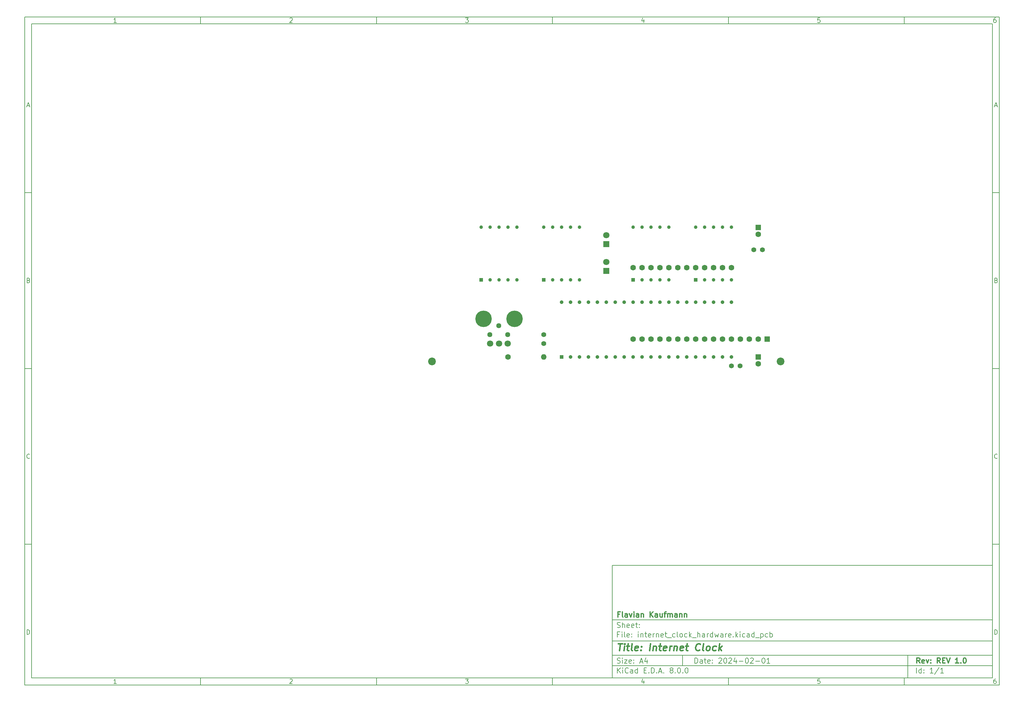
<source format=gbr>
%TF.GenerationSoftware,KiCad,Pcbnew,8.0.0*%
%TF.CreationDate,2024-02-29T15:31:37+01:00*%
%TF.ProjectId,internet_clock_hardware,696e7465-726e-4657-945f-636c6f636b5f,REV 1.0*%
%TF.SameCoordinates,Original*%
%TF.FileFunction,Soldermask,Bot*%
%TF.FilePolarity,Negative*%
%FSLAX46Y46*%
G04 Gerber Fmt 4.6, Leading zero omitted, Abs format (unit mm)*
G04 Created by KiCad (PCBNEW 8.0.0) date 2024-02-29 15:31:37*
%MOMM*%
%LPD*%
G01*
G04 APERTURE LIST*
%ADD10C,0.100000*%
%ADD11C,0.150000*%
%ADD12C,0.300000*%
%ADD13C,0.400000*%
%ADD14C,1.400000*%
%ADD15C,1.600000*%
%ADD16O,1.600000X1.600000*%
%ADD17C,1.800000*%
%ADD18C,4.680000*%
%ADD19C,2.200000*%
%ADD20R,1.800000X1.800000*%
%ADD21R,1.000000X1.000000*%
%ADD22C,1.000000*%
%ADD23C,1.440000*%
%ADD24R,1.057000X1.057000*%
%ADD25C,1.057000*%
%ADD26R,1.600000X1.600000*%
G04 APERTURE END LIST*
D10*
D11*
X177002200Y-166007200D02*
X285002200Y-166007200D01*
X285002200Y-198007200D01*
X177002200Y-198007200D01*
X177002200Y-166007200D01*
D10*
D11*
X10000000Y-10000000D02*
X287002200Y-10000000D01*
X287002200Y-200007200D01*
X10000000Y-200007200D01*
X10000000Y-10000000D01*
D10*
D11*
X12000000Y-12000000D02*
X285002200Y-12000000D01*
X285002200Y-198007200D01*
X12000000Y-198007200D01*
X12000000Y-12000000D01*
D10*
D11*
X60000000Y-12000000D02*
X60000000Y-10000000D01*
D10*
D11*
X110000000Y-12000000D02*
X110000000Y-10000000D01*
D10*
D11*
X160000000Y-12000000D02*
X160000000Y-10000000D01*
D10*
D11*
X210000000Y-12000000D02*
X210000000Y-10000000D01*
D10*
D11*
X260000000Y-12000000D02*
X260000000Y-10000000D01*
D10*
D11*
X36089160Y-11593604D02*
X35346303Y-11593604D01*
X35717731Y-11593604D02*
X35717731Y-10293604D01*
X35717731Y-10293604D02*
X35593922Y-10479319D01*
X35593922Y-10479319D02*
X35470112Y-10603128D01*
X35470112Y-10603128D02*
X35346303Y-10665033D01*
D10*
D11*
X85346303Y-10417414D02*
X85408207Y-10355509D01*
X85408207Y-10355509D02*
X85532017Y-10293604D01*
X85532017Y-10293604D02*
X85841541Y-10293604D01*
X85841541Y-10293604D02*
X85965350Y-10355509D01*
X85965350Y-10355509D02*
X86027255Y-10417414D01*
X86027255Y-10417414D02*
X86089160Y-10541223D01*
X86089160Y-10541223D02*
X86089160Y-10665033D01*
X86089160Y-10665033D02*
X86027255Y-10850747D01*
X86027255Y-10850747D02*
X85284398Y-11593604D01*
X85284398Y-11593604D02*
X86089160Y-11593604D01*
D10*
D11*
X135284398Y-10293604D02*
X136089160Y-10293604D01*
X136089160Y-10293604D02*
X135655826Y-10788842D01*
X135655826Y-10788842D02*
X135841541Y-10788842D01*
X135841541Y-10788842D02*
X135965350Y-10850747D01*
X135965350Y-10850747D02*
X136027255Y-10912652D01*
X136027255Y-10912652D02*
X136089160Y-11036461D01*
X136089160Y-11036461D02*
X136089160Y-11345985D01*
X136089160Y-11345985D02*
X136027255Y-11469795D01*
X136027255Y-11469795D02*
X135965350Y-11531700D01*
X135965350Y-11531700D02*
X135841541Y-11593604D01*
X135841541Y-11593604D02*
X135470112Y-11593604D01*
X135470112Y-11593604D02*
X135346303Y-11531700D01*
X135346303Y-11531700D02*
X135284398Y-11469795D01*
D10*
D11*
X185965350Y-10726938D02*
X185965350Y-11593604D01*
X185655826Y-10231700D02*
X185346303Y-11160271D01*
X185346303Y-11160271D02*
X186151064Y-11160271D01*
D10*
D11*
X236027255Y-10293604D02*
X235408207Y-10293604D01*
X235408207Y-10293604D02*
X235346303Y-10912652D01*
X235346303Y-10912652D02*
X235408207Y-10850747D01*
X235408207Y-10850747D02*
X235532017Y-10788842D01*
X235532017Y-10788842D02*
X235841541Y-10788842D01*
X235841541Y-10788842D02*
X235965350Y-10850747D01*
X235965350Y-10850747D02*
X236027255Y-10912652D01*
X236027255Y-10912652D02*
X236089160Y-11036461D01*
X236089160Y-11036461D02*
X236089160Y-11345985D01*
X236089160Y-11345985D02*
X236027255Y-11469795D01*
X236027255Y-11469795D02*
X235965350Y-11531700D01*
X235965350Y-11531700D02*
X235841541Y-11593604D01*
X235841541Y-11593604D02*
X235532017Y-11593604D01*
X235532017Y-11593604D02*
X235408207Y-11531700D01*
X235408207Y-11531700D02*
X235346303Y-11469795D01*
D10*
D11*
X285965350Y-10293604D02*
X285717731Y-10293604D01*
X285717731Y-10293604D02*
X285593922Y-10355509D01*
X285593922Y-10355509D02*
X285532017Y-10417414D01*
X285532017Y-10417414D02*
X285408207Y-10603128D01*
X285408207Y-10603128D02*
X285346303Y-10850747D01*
X285346303Y-10850747D02*
X285346303Y-11345985D01*
X285346303Y-11345985D02*
X285408207Y-11469795D01*
X285408207Y-11469795D02*
X285470112Y-11531700D01*
X285470112Y-11531700D02*
X285593922Y-11593604D01*
X285593922Y-11593604D02*
X285841541Y-11593604D01*
X285841541Y-11593604D02*
X285965350Y-11531700D01*
X285965350Y-11531700D02*
X286027255Y-11469795D01*
X286027255Y-11469795D02*
X286089160Y-11345985D01*
X286089160Y-11345985D02*
X286089160Y-11036461D01*
X286089160Y-11036461D02*
X286027255Y-10912652D01*
X286027255Y-10912652D02*
X285965350Y-10850747D01*
X285965350Y-10850747D02*
X285841541Y-10788842D01*
X285841541Y-10788842D02*
X285593922Y-10788842D01*
X285593922Y-10788842D02*
X285470112Y-10850747D01*
X285470112Y-10850747D02*
X285408207Y-10912652D01*
X285408207Y-10912652D02*
X285346303Y-11036461D01*
D10*
D11*
X60000000Y-198007200D02*
X60000000Y-200007200D01*
D10*
D11*
X110000000Y-198007200D02*
X110000000Y-200007200D01*
D10*
D11*
X160000000Y-198007200D02*
X160000000Y-200007200D01*
D10*
D11*
X210000000Y-198007200D02*
X210000000Y-200007200D01*
D10*
D11*
X260000000Y-198007200D02*
X260000000Y-200007200D01*
D10*
D11*
X36089160Y-199600804D02*
X35346303Y-199600804D01*
X35717731Y-199600804D02*
X35717731Y-198300804D01*
X35717731Y-198300804D02*
X35593922Y-198486519D01*
X35593922Y-198486519D02*
X35470112Y-198610328D01*
X35470112Y-198610328D02*
X35346303Y-198672233D01*
D10*
D11*
X85346303Y-198424614D02*
X85408207Y-198362709D01*
X85408207Y-198362709D02*
X85532017Y-198300804D01*
X85532017Y-198300804D02*
X85841541Y-198300804D01*
X85841541Y-198300804D02*
X85965350Y-198362709D01*
X85965350Y-198362709D02*
X86027255Y-198424614D01*
X86027255Y-198424614D02*
X86089160Y-198548423D01*
X86089160Y-198548423D02*
X86089160Y-198672233D01*
X86089160Y-198672233D02*
X86027255Y-198857947D01*
X86027255Y-198857947D02*
X85284398Y-199600804D01*
X85284398Y-199600804D02*
X86089160Y-199600804D01*
D10*
D11*
X135284398Y-198300804D02*
X136089160Y-198300804D01*
X136089160Y-198300804D02*
X135655826Y-198796042D01*
X135655826Y-198796042D02*
X135841541Y-198796042D01*
X135841541Y-198796042D02*
X135965350Y-198857947D01*
X135965350Y-198857947D02*
X136027255Y-198919852D01*
X136027255Y-198919852D02*
X136089160Y-199043661D01*
X136089160Y-199043661D02*
X136089160Y-199353185D01*
X136089160Y-199353185D02*
X136027255Y-199476995D01*
X136027255Y-199476995D02*
X135965350Y-199538900D01*
X135965350Y-199538900D02*
X135841541Y-199600804D01*
X135841541Y-199600804D02*
X135470112Y-199600804D01*
X135470112Y-199600804D02*
X135346303Y-199538900D01*
X135346303Y-199538900D02*
X135284398Y-199476995D01*
D10*
D11*
X185965350Y-198734138D02*
X185965350Y-199600804D01*
X185655826Y-198238900D02*
X185346303Y-199167471D01*
X185346303Y-199167471D02*
X186151064Y-199167471D01*
D10*
D11*
X236027255Y-198300804D02*
X235408207Y-198300804D01*
X235408207Y-198300804D02*
X235346303Y-198919852D01*
X235346303Y-198919852D02*
X235408207Y-198857947D01*
X235408207Y-198857947D02*
X235532017Y-198796042D01*
X235532017Y-198796042D02*
X235841541Y-198796042D01*
X235841541Y-198796042D02*
X235965350Y-198857947D01*
X235965350Y-198857947D02*
X236027255Y-198919852D01*
X236027255Y-198919852D02*
X236089160Y-199043661D01*
X236089160Y-199043661D02*
X236089160Y-199353185D01*
X236089160Y-199353185D02*
X236027255Y-199476995D01*
X236027255Y-199476995D02*
X235965350Y-199538900D01*
X235965350Y-199538900D02*
X235841541Y-199600804D01*
X235841541Y-199600804D02*
X235532017Y-199600804D01*
X235532017Y-199600804D02*
X235408207Y-199538900D01*
X235408207Y-199538900D02*
X235346303Y-199476995D01*
D10*
D11*
X285965350Y-198300804D02*
X285717731Y-198300804D01*
X285717731Y-198300804D02*
X285593922Y-198362709D01*
X285593922Y-198362709D02*
X285532017Y-198424614D01*
X285532017Y-198424614D02*
X285408207Y-198610328D01*
X285408207Y-198610328D02*
X285346303Y-198857947D01*
X285346303Y-198857947D02*
X285346303Y-199353185D01*
X285346303Y-199353185D02*
X285408207Y-199476995D01*
X285408207Y-199476995D02*
X285470112Y-199538900D01*
X285470112Y-199538900D02*
X285593922Y-199600804D01*
X285593922Y-199600804D02*
X285841541Y-199600804D01*
X285841541Y-199600804D02*
X285965350Y-199538900D01*
X285965350Y-199538900D02*
X286027255Y-199476995D01*
X286027255Y-199476995D02*
X286089160Y-199353185D01*
X286089160Y-199353185D02*
X286089160Y-199043661D01*
X286089160Y-199043661D02*
X286027255Y-198919852D01*
X286027255Y-198919852D02*
X285965350Y-198857947D01*
X285965350Y-198857947D02*
X285841541Y-198796042D01*
X285841541Y-198796042D02*
X285593922Y-198796042D01*
X285593922Y-198796042D02*
X285470112Y-198857947D01*
X285470112Y-198857947D02*
X285408207Y-198919852D01*
X285408207Y-198919852D02*
X285346303Y-199043661D01*
D10*
D11*
X10000000Y-60000000D02*
X12000000Y-60000000D01*
D10*
D11*
X10000000Y-110000000D02*
X12000000Y-110000000D01*
D10*
D11*
X10000000Y-160000000D02*
X12000000Y-160000000D01*
D10*
D11*
X10690476Y-35222176D02*
X11309523Y-35222176D01*
X10566666Y-35593604D02*
X10999999Y-34293604D01*
X10999999Y-34293604D02*
X11433333Y-35593604D01*
D10*
D11*
X11092857Y-84912652D02*
X11278571Y-84974557D01*
X11278571Y-84974557D02*
X11340476Y-85036461D01*
X11340476Y-85036461D02*
X11402380Y-85160271D01*
X11402380Y-85160271D02*
X11402380Y-85345985D01*
X11402380Y-85345985D02*
X11340476Y-85469795D01*
X11340476Y-85469795D02*
X11278571Y-85531700D01*
X11278571Y-85531700D02*
X11154761Y-85593604D01*
X11154761Y-85593604D02*
X10659523Y-85593604D01*
X10659523Y-85593604D02*
X10659523Y-84293604D01*
X10659523Y-84293604D02*
X11092857Y-84293604D01*
X11092857Y-84293604D02*
X11216666Y-84355509D01*
X11216666Y-84355509D02*
X11278571Y-84417414D01*
X11278571Y-84417414D02*
X11340476Y-84541223D01*
X11340476Y-84541223D02*
X11340476Y-84665033D01*
X11340476Y-84665033D02*
X11278571Y-84788842D01*
X11278571Y-84788842D02*
X11216666Y-84850747D01*
X11216666Y-84850747D02*
X11092857Y-84912652D01*
X11092857Y-84912652D02*
X10659523Y-84912652D01*
D10*
D11*
X11402380Y-135469795D02*
X11340476Y-135531700D01*
X11340476Y-135531700D02*
X11154761Y-135593604D01*
X11154761Y-135593604D02*
X11030952Y-135593604D01*
X11030952Y-135593604D02*
X10845238Y-135531700D01*
X10845238Y-135531700D02*
X10721428Y-135407890D01*
X10721428Y-135407890D02*
X10659523Y-135284080D01*
X10659523Y-135284080D02*
X10597619Y-135036461D01*
X10597619Y-135036461D02*
X10597619Y-134850747D01*
X10597619Y-134850747D02*
X10659523Y-134603128D01*
X10659523Y-134603128D02*
X10721428Y-134479319D01*
X10721428Y-134479319D02*
X10845238Y-134355509D01*
X10845238Y-134355509D02*
X11030952Y-134293604D01*
X11030952Y-134293604D02*
X11154761Y-134293604D01*
X11154761Y-134293604D02*
X11340476Y-134355509D01*
X11340476Y-134355509D02*
X11402380Y-134417414D01*
D10*
D11*
X10659523Y-185593604D02*
X10659523Y-184293604D01*
X10659523Y-184293604D02*
X10969047Y-184293604D01*
X10969047Y-184293604D02*
X11154761Y-184355509D01*
X11154761Y-184355509D02*
X11278571Y-184479319D01*
X11278571Y-184479319D02*
X11340476Y-184603128D01*
X11340476Y-184603128D02*
X11402380Y-184850747D01*
X11402380Y-184850747D02*
X11402380Y-185036461D01*
X11402380Y-185036461D02*
X11340476Y-185284080D01*
X11340476Y-185284080D02*
X11278571Y-185407890D01*
X11278571Y-185407890D02*
X11154761Y-185531700D01*
X11154761Y-185531700D02*
X10969047Y-185593604D01*
X10969047Y-185593604D02*
X10659523Y-185593604D01*
D10*
D11*
X287002200Y-60000000D02*
X285002200Y-60000000D01*
D10*
D11*
X287002200Y-110000000D02*
X285002200Y-110000000D01*
D10*
D11*
X287002200Y-160000000D02*
X285002200Y-160000000D01*
D10*
D11*
X285692676Y-35222176D02*
X286311723Y-35222176D01*
X285568866Y-35593604D02*
X286002199Y-34293604D01*
X286002199Y-34293604D02*
X286435533Y-35593604D01*
D10*
D11*
X286095057Y-84912652D02*
X286280771Y-84974557D01*
X286280771Y-84974557D02*
X286342676Y-85036461D01*
X286342676Y-85036461D02*
X286404580Y-85160271D01*
X286404580Y-85160271D02*
X286404580Y-85345985D01*
X286404580Y-85345985D02*
X286342676Y-85469795D01*
X286342676Y-85469795D02*
X286280771Y-85531700D01*
X286280771Y-85531700D02*
X286156961Y-85593604D01*
X286156961Y-85593604D02*
X285661723Y-85593604D01*
X285661723Y-85593604D02*
X285661723Y-84293604D01*
X285661723Y-84293604D02*
X286095057Y-84293604D01*
X286095057Y-84293604D02*
X286218866Y-84355509D01*
X286218866Y-84355509D02*
X286280771Y-84417414D01*
X286280771Y-84417414D02*
X286342676Y-84541223D01*
X286342676Y-84541223D02*
X286342676Y-84665033D01*
X286342676Y-84665033D02*
X286280771Y-84788842D01*
X286280771Y-84788842D02*
X286218866Y-84850747D01*
X286218866Y-84850747D02*
X286095057Y-84912652D01*
X286095057Y-84912652D02*
X285661723Y-84912652D01*
D10*
D11*
X286404580Y-135469795D02*
X286342676Y-135531700D01*
X286342676Y-135531700D02*
X286156961Y-135593604D01*
X286156961Y-135593604D02*
X286033152Y-135593604D01*
X286033152Y-135593604D02*
X285847438Y-135531700D01*
X285847438Y-135531700D02*
X285723628Y-135407890D01*
X285723628Y-135407890D02*
X285661723Y-135284080D01*
X285661723Y-135284080D02*
X285599819Y-135036461D01*
X285599819Y-135036461D02*
X285599819Y-134850747D01*
X285599819Y-134850747D02*
X285661723Y-134603128D01*
X285661723Y-134603128D02*
X285723628Y-134479319D01*
X285723628Y-134479319D02*
X285847438Y-134355509D01*
X285847438Y-134355509D02*
X286033152Y-134293604D01*
X286033152Y-134293604D02*
X286156961Y-134293604D01*
X286156961Y-134293604D02*
X286342676Y-134355509D01*
X286342676Y-134355509D02*
X286404580Y-134417414D01*
D10*
D11*
X285661723Y-185593604D02*
X285661723Y-184293604D01*
X285661723Y-184293604D02*
X285971247Y-184293604D01*
X285971247Y-184293604D02*
X286156961Y-184355509D01*
X286156961Y-184355509D02*
X286280771Y-184479319D01*
X286280771Y-184479319D02*
X286342676Y-184603128D01*
X286342676Y-184603128D02*
X286404580Y-184850747D01*
X286404580Y-184850747D02*
X286404580Y-185036461D01*
X286404580Y-185036461D02*
X286342676Y-185284080D01*
X286342676Y-185284080D02*
X286280771Y-185407890D01*
X286280771Y-185407890D02*
X286156961Y-185531700D01*
X286156961Y-185531700D02*
X285971247Y-185593604D01*
X285971247Y-185593604D02*
X285661723Y-185593604D01*
D10*
D11*
X200458026Y-193793328D02*
X200458026Y-192293328D01*
X200458026Y-192293328D02*
X200815169Y-192293328D01*
X200815169Y-192293328D02*
X201029455Y-192364757D01*
X201029455Y-192364757D02*
X201172312Y-192507614D01*
X201172312Y-192507614D02*
X201243741Y-192650471D01*
X201243741Y-192650471D02*
X201315169Y-192936185D01*
X201315169Y-192936185D02*
X201315169Y-193150471D01*
X201315169Y-193150471D02*
X201243741Y-193436185D01*
X201243741Y-193436185D02*
X201172312Y-193579042D01*
X201172312Y-193579042D02*
X201029455Y-193721900D01*
X201029455Y-193721900D02*
X200815169Y-193793328D01*
X200815169Y-193793328D02*
X200458026Y-193793328D01*
X202600884Y-193793328D02*
X202600884Y-193007614D01*
X202600884Y-193007614D02*
X202529455Y-192864757D01*
X202529455Y-192864757D02*
X202386598Y-192793328D01*
X202386598Y-192793328D02*
X202100884Y-192793328D01*
X202100884Y-192793328D02*
X201958026Y-192864757D01*
X202600884Y-193721900D02*
X202458026Y-193793328D01*
X202458026Y-193793328D02*
X202100884Y-193793328D01*
X202100884Y-193793328D02*
X201958026Y-193721900D01*
X201958026Y-193721900D02*
X201886598Y-193579042D01*
X201886598Y-193579042D02*
X201886598Y-193436185D01*
X201886598Y-193436185D02*
X201958026Y-193293328D01*
X201958026Y-193293328D02*
X202100884Y-193221900D01*
X202100884Y-193221900D02*
X202458026Y-193221900D01*
X202458026Y-193221900D02*
X202600884Y-193150471D01*
X203100884Y-192793328D02*
X203672312Y-192793328D01*
X203315169Y-192293328D02*
X203315169Y-193579042D01*
X203315169Y-193579042D02*
X203386598Y-193721900D01*
X203386598Y-193721900D02*
X203529455Y-193793328D01*
X203529455Y-193793328D02*
X203672312Y-193793328D01*
X204743741Y-193721900D02*
X204600884Y-193793328D01*
X204600884Y-193793328D02*
X204315170Y-193793328D01*
X204315170Y-193793328D02*
X204172312Y-193721900D01*
X204172312Y-193721900D02*
X204100884Y-193579042D01*
X204100884Y-193579042D02*
X204100884Y-193007614D01*
X204100884Y-193007614D02*
X204172312Y-192864757D01*
X204172312Y-192864757D02*
X204315170Y-192793328D01*
X204315170Y-192793328D02*
X204600884Y-192793328D01*
X204600884Y-192793328D02*
X204743741Y-192864757D01*
X204743741Y-192864757D02*
X204815170Y-193007614D01*
X204815170Y-193007614D02*
X204815170Y-193150471D01*
X204815170Y-193150471D02*
X204100884Y-193293328D01*
X205458026Y-193650471D02*
X205529455Y-193721900D01*
X205529455Y-193721900D02*
X205458026Y-193793328D01*
X205458026Y-193793328D02*
X205386598Y-193721900D01*
X205386598Y-193721900D02*
X205458026Y-193650471D01*
X205458026Y-193650471D02*
X205458026Y-193793328D01*
X205458026Y-192864757D02*
X205529455Y-192936185D01*
X205529455Y-192936185D02*
X205458026Y-193007614D01*
X205458026Y-193007614D02*
X205386598Y-192936185D01*
X205386598Y-192936185D02*
X205458026Y-192864757D01*
X205458026Y-192864757D02*
X205458026Y-193007614D01*
X207243741Y-192436185D02*
X207315169Y-192364757D01*
X207315169Y-192364757D02*
X207458027Y-192293328D01*
X207458027Y-192293328D02*
X207815169Y-192293328D01*
X207815169Y-192293328D02*
X207958027Y-192364757D01*
X207958027Y-192364757D02*
X208029455Y-192436185D01*
X208029455Y-192436185D02*
X208100884Y-192579042D01*
X208100884Y-192579042D02*
X208100884Y-192721900D01*
X208100884Y-192721900D02*
X208029455Y-192936185D01*
X208029455Y-192936185D02*
X207172312Y-193793328D01*
X207172312Y-193793328D02*
X208100884Y-193793328D01*
X209029455Y-192293328D02*
X209172312Y-192293328D01*
X209172312Y-192293328D02*
X209315169Y-192364757D01*
X209315169Y-192364757D02*
X209386598Y-192436185D01*
X209386598Y-192436185D02*
X209458026Y-192579042D01*
X209458026Y-192579042D02*
X209529455Y-192864757D01*
X209529455Y-192864757D02*
X209529455Y-193221900D01*
X209529455Y-193221900D02*
X209458026Y-193507614D01*
X209458026Y-193507614D02*
X209386598Y-193650471D01*
X209386598Y-193650471D02*
X209315169Y-193721900D01*
X209315169Y-193721900D02*
X209172312Y-193793328D01*
X209172312Y-193793328D02*
X209029455Y-193793328D01*
X209029455Y-193793328D02*
X208886598Y-193721900D01*
X208886598Y-193721900D02*
X208815169Y-193650471D01*
X208815169Y-193650471D02*
X208743740Y-193507614D01*
X208743740Y-193507614D02*
X208672312Y-193221900D01*
X208672312Y-193221900D02*
X208672312Y-192864757D01*
X208672312Y-192864757D02*
X208743740Y-192579042D01*
X208743740Y-192579042D02*
X208815169Y-192436185D01*
X208815169Y-192436185D02*
X208886598Y-192364757D01*
X208886598Y-192364757D02*
X209029455Y-192293328D01*
X210100883Y-192436185D02*
X210172311Y-192364757D01*
X210172311Y-192364757D02*
X210315169Y-192293328D01*
X210315169Y-192293328D02*
X210672311Y-192293328D01*
X210672311Y-192293328D02*
X210815169Y-192364757D01*
X210815169Y-192364757D02*
X210886597Y-192436185D01*
X210886597Y-192436185D02*
X210958026Y-192579042D01*
X210958026Y-192579042D02*
X210958026Y-192721900D01*
X210958026Y-192721900D02*
X210886597Y-192936185D01*
X210886597Y-192936185D02*
X210029454Y-193793328D01*
X210029454Y-193793328D02*
X210958026Y-193793328D01*
X212243740Y-192793328D02*
X212243740Y-193793328D01*
X211886597Y-192221900D02*
X211529454Y-193293328D01*
X211529454Y-193293328D02*
X212458025Y-193293328D01*
X213029453Y-193221900D02*
X214172311Y-193221900D01*
X215172311Y-192293328D02*
X215315168Y-192293328D01*
X215315168Y-192293328D02*
X215458025Y-192364757D01*
X215458025Y-192364757D02*
X215529454Y-192436185D01*
X215529454Y-192436185D02*
X215600882Y-192579042D01*
X215600882Y-192579042D02*
X215672311Y-192864757D01*
X215672311Y-192864757D02*
X215672311Y-193221900D01*
X215672311Y-193221900D02*
X215600882Y-193507614D01*
X215600882Y-193507614D02*
X215529454Y-193650471D01*
X215529454Y-193650471D02*
X215458025Y-193721900D01*
X215458025Y-193721900D02*
X215315168Y-193793328D01*
X215315168Y-193793328D02*
X215172311Y-193793328D01*
X215172311Y-193793328D02*
X215029454Y-193721900D01*
X215029454Y-193721900D02*
X214958025Y-193650471D01*
X214958025Y-193650471D02*
X214886596Y-193507614D01*
X214886596Y-193507614D02*
X214815168Y-193221900D01*
X214815168Y-193221900D02*
X214815168Y-192864757D01*
X214815168Y-192864757D02*
X214886596Y-192579042D01*
X214886596Y-192579042D02*
X214958025Y-192436185D01*
X214958025Y-192436185D02*
X215029454Y-192364757D01*
X215029454Y-192364757D02*
X215172311Y-192293328D01*
X216243739Y-192436185D02*
X216315167Y-192364757D01*
X216315167Y-192364757D02*
X216458025Y-192293328D01*
X216458025Y-192293328D02*
X216815167Y-192293328D01*
X216815167Y-192293328D02*
X216958025Y-192364757D01*
X216958025Y-192364757D02*
X217029453Y-192436185D01*
X217029453Y-192436185D02*
X217100882Y-192579042D01*
X217100882Y-192579042D02*
X217100882Y-192721900D01*
X217100882Y-192721900D02*
X217029453Y-192936185D01*
X217029453Y-192936185D02*
X216172310Y-193793328D01*
X216172310Y-193793328D02*
X217100882Y-193793328D01*
X217743738Y-193221900D02*
X218886596Y-193221900D01*
X219886596Y-192293328D02*
X220029453Y-192293328D01*
X220029453Y-192293328D02*
X220172310Y-192364757D01*
X220172310Y-192364757D02*
X220243739Y-192436185D01*
X220243739Y-192436185D02*
X220315167Y-192579042D01*
X220315167Y-192579042D02*
X220386596Y-192864757D01*
X220386596Y-192864757D02*
X220386596Y-193221900D01*
X220386596Y-193221900D02*
X220315167Y-193507614D01*
X220315167Y-193507614D02*
X220243739Y-193650471D01*
X220243739Y-193650471D02*
X220172310Y-193721900D01*
X220172310Y-193721900D02*
X220029453Y-193793328D01*
X220029453Y-193793328D02*
X219886596Y-193793328D01*
X219886596Y-193793328D02*
X219743739Y-193721900D01*
X219743739Y-193721900D02*
X219672310Y-193650471D01*
X219672310Y-193650471D02*
X219600881Y-193507614D01*
X219600881Y-193507614D02*
X219529453Y-193221900D01*
X219529453Y-193221900D02*
X219529453Y-192864757D01*
X219529453Y-192864757D02*
X219600881Y-192579042D01*
X219600881Y-192579042D02*
X219672310Y-192436185D01*
X219672310Y-192436185D02*
X219743739Y-192364757D01*
X219743739Y-192364757D02*
X219886596Y-192293328D01*
X221815167Y-193793328D02*
X220958024Y-193793328D01*
X221386595Y-193793328D02*
X221386595Y-192293328D01*
X221386595Y-192293328D02*
X221243738Y-192507614D01*
X221243738Y-192507614D02*
X221100881Y-192650471D01*
X221100881Y-192650471D02*
X220958024Y-192721900D01*
D10*
D11*
X177002200Y-194507200D02*
X285002200Y-194507200D01*
D10*
D11*
X178458026Y-196593328D02*
X178458026Y-195093328D01*
X179315169Y-196593328D02*
X178672312Y-195736185D01*
X179315169Y-195093328D02*
X178458026Y-195950471D01*
X179958026Y-196593328D02*
X179958026Y-195593328D01*
X179958026Y-195093328D02*
X179886598Y-195164757D01*
X179886598Y-195164757D02*
X179958026Y-195236185D01*
X179958026Y-195236185D02*
X180029455Y-195164757D01*
X180029455Y-195164757D02*
X179958026Y-195093328D01*
X179958026Y-195093328D02*
X179958026Y-195236185D01*
X181529455Y-196450471D02*
X181458027Y-196521900D01*
X181458027Y-196521900D02*
X181243741Y-196593328D01*
X181243741Y-196593328D02*
X181100884Y-196593328D01*
X181100884Y-196593328D02*
X180886598Y-196521900D01*
X180886598Y-196521900D02*
X180743741Y-196379042D01*
X180743741Y-196379042D02*
X180672312Y-196236185D01*
X180672312Y-196236185D02*
X180600884Y-195950471D01*
X180600884Y-195950471D02*
X180600884Y-195736185D01*
X180600884Y-195736185D02*
X180672312Y-195450471D01*
X180672312Y-195450471D02*
X180743741Y-195307614D01*
X180743741Y-195307614D02*
X180886598Y-195164757D01*
X180886598Y-195164757D02*
X181100884Y-195093328D01*
X181100884Y-195093328D02*
X181243741Y-195093328D01*
X181243741Y-195093328D02*
X181458027Y-195164757D01*
X181458027Y-195164757D02*
X181529455Y-195236185D01*
X182815170Y-196593328D02*
X182815170Y-195807614D01*
X182815170Y-195807614D02*
X182743741Y-195664757D01*
X182743741Y-195664757D02*
X182600884Y-195593328D01*
X182600884Y-195593328D02*
X182315170Y-195593328D01*
X182315170Y-195593328D02*
X182172312Y-195664757D01*
X182815170Y-196521900D02*
X182672312Y-196593328D01*
X182672312Y-196593328D02*
X182315170Y-196593328D01*
X182315170Y-196593328D02*
X182172312Y-196521900D01*
X182172312Y-196521900D02*
X182100884Y-196379042D01*
X182100884Y-196379042D02*
X182100884Y-196236185D01*
X182100884Y-196236185D02*
X182172312Y-196093328D01*
X182172312Y-196093328D02*
X182315170Y-196021900D01*
X182315170Y-196021900D02*
X182672312Y-196021900D01*
X182672312Y-196021900D02*
X182815170Y-195950471D01*
X184172313Y-196593328D02*
X184172313Y-195093328D01*
X184172313Y-196521900D02*
X184029455Y-196593328D01*
X184029455Y-196593328D02*
X183743741Y-196593328D01*
X183743741Y-196593328D02*
X183600884Y-196521900D01*
X183600884Y-196521900D02*
X183529455Y-196450471D01*
X183529455Y-196450471D02*
X183458027Y-196307614D01*
X183458027Y-196307614D02*
X183458027Y-195879042D01*
X183458027Y-195879042D02*
X183529455Y-195736185D01*
X183529455Y-195736185D02*
X183600884Y-195664757D01*
X183600884Y-195664757D02*
X183743741Y-195593328D01*
X183743741Y-195593328D02*
X184029455Y-195593328D01*
X184029455Y-195593328D02*
X184172313Y-195664757D01*
X186029455Y-195807614D02*
X186529455Y-195807614D01*
X186743741Y-196593328D02*
X186029455Y-196593328D01*
X186029455Y-196593328D02*
X186029455Y-195093328D01*
X186029455Y-195093328D02*
X186743741Y-195093328D01*
X187386598Y-196450471D02*
X187458027Y-196521900D01*
X187458027Y-196521900D02*
X187386598Y-196593328D01*
X187386598Y-196593328D02*
X187315170Y-196521900D01*
X187315170Y-196521900D02*
X187386598Y-196450471D01*
X187386598Y-196450471D02*
X187386598Y-196593328D01*
X188100884Y-196593328D02*
X188100884Y-195093328D01*
X188100884Y-195093328D02*
X188458027Y-195093328D01*
X188458027Y-195093328D02*
X188672313Y-195164757D01*
X188672313Y-195164757D02*
X188815170Y-195307614D01*
X188815170Y-195307614D02*
X188886599Y-195450471D01*
X188886599Y-195450471D02*
X188958027Y-195736185D01*
X188958027Y-195736185D02*
X188958027Y-195950471D01*
X188958027Y-195950471D02*
X188886599Y-196236185D01*
X188886599Y-196236185D02*
X188815170Y-196379042D01*
X188815170Y-196379042D02*
X188672313Y-196521900D01*
X188672313Y-196521900D02*
X188458027Y-196593328D01*
X188458027Y-196593328D02*
X188100884Y-196593328D01*
X189600884Y-196450471D02*
X189672313Y-196521900D01*
X189672313Y-196521900D02*
X189600884Y-196593328D01*
X189600884Y-196593328D02*
X189529456Y-196521900D01*
X189529456Y-196521900D02*
X189600884Y-196450471D01*
X189600884Y-196450471D02*
X189600884Y-196593328D01*
X190243742Y-196164757D02*
X190958028Y-196164757D01*
X190100885Y-196593328D02*
X190600885Y-195093328D01*
X190600885Y-195093328D02*
X191100885Y-196593328D01*
X191600884Y-196450471D02*
X191672313Y-196521900D01*
X191672313Y-196521900D02*
X191600884Y-196593328D01*
X191600884Y-196593328D02*
X191529456Y-196521900D01*
X191529456Y-196521900D02*
X191600884Y-196450471D01*
X191600884Y-196450471D02*
X191600884Y-196593328D01*
X193672313Y-195736185D02*
X193529456Y-195664757D01*
X193529456Y-195664757D02*
X193458027Y-195593328D01*
X193458027Y-195593328D02*
X193386599Y-195450471D01*
X193386599Y-195450471D02*
X193386599Y-195379042D01*
X193386599Y-195379042D02*
X193458027Y-195236185D01*
X193458027Y-195236185D02*
X193529456Y-195164757D01*
X193529456Y-195164757D02*
X193672313Y-195093328D01*
X193672313Y-195093328D02*
X193958027Y-195093328D01*
X193958027Y-195093328D02*
X194100885Y-195164757D01*
X194100885Y-195164757D02*
X194172313Y-195236185D01*
X194172313Y-195236185D02*
X194243742Y-195379042D01*
X194243742Y-195379042D02*
X194243742Y-195450471D01*
X194243742Y-195450471D02*
X194172313Y-195593328D01*
X194172313Y-195593328D02*
X194100885Y-195664757D01*
X194100885Y-195664757D02*
X193958027Y-195736185D01*
X193958027Y-195736185D02*
X193672313Y-195736185D01*
X193672313Y-195736185D02*
X193529456Y-195807614D01*
X193529456Y-195807614D02*
X193458027Y-195879042D01*
X193458027Y-195879042D02*
X193386599Y-196021900D01*
X193386599Y-196021900D02*
X193386599Y-196307614D01*
X193386599Y-196307614D02*
X193458027Y-196450471D01*
X193458027Y-196450471D02*
X193529456Y-196521900D01*
X193529456Y-196521900D02*
X193672313Y-196593328D01*
X193672313Y-196593328D02*
X193958027Y-196593328D01*
X193958027Y-196593328D02*
X194100885Y-196521900D01*
X194100885Y-196521900D02*
X194172313Y-196450471D01*
X194172313Y-196450471D02*
X194243742Y-196307614D01*
X194243742Y-196307614D02*
X194243742Y-196021900D01*
X194243742Y-196021900D02*
X194172313Y-195879042D01*
X194172313Y-195879042D02*
X194100885Y-195807614D01*
X194100885Y-195807614D02*
X193958027Y-195736185D01*
X194886598Y-196450471D02*
X194958027Y-196521900D01*
X194958027Y-196521900D02*
X194886598Y-196593328D01*
X194886598Y-196593328D02*
X194815170Y-196521900D01*
X194815170Y-196521900D02*
X194886598Y-196450471D01*
X194886598Y-196450471D02*
X194886598Y-196593328D01*
X195886599Y-195093328D02*
X196029456Y-195093328D01*
X196029456Y-195093328D02*
X196172313Y-195164757D01*
X196172313Y-195164757D02*
X196243742Y-195236185D01*
X196243742Y-195236185D02*
X196315170Y-195379042D01*
X196315170Y-195379042D02*
X196386599Y-195664757D01*
X196386599Y-195664757D02*
X196386599Y-196021900D01*
X196386599Y-196021900D02*
X196315170Y-196307614D01*
X196315170Y-196307614D02*
X196243742Y-196450471D01*
X196243742Y-196450471D02*
X196172313Y-196521900D01*
X196172313Y-196521900D02*
X196029456Y-196593328D01*
X196029456Y-196593328D02*
X195886599Y-196593328D01*
X195886599Y-196593328D02*
X195743742Y-196521900D01*
X195743742Y-196521900D02*
X195672313Y-196450471D01*
X195672313Y-196450471D02*
X195600884Y-196307614D01*
X195600884Y-196307614D02*
X195529456Y-196021900D01*
X195529456Y-196021900D02*
X195529456Y-195664757D01*
X195529456Y-195664757D02*
X195600884Y-195379042D01*
X195600884Y-195379042D02*
X195672313Y-195236185D01*
X195672313Y-195236185D02*
X195743742Y-195164757D01*
X195743742Y-195164757D02*
X195886599Y-195093328D01*
X197029455Y-196450471D02*
X197100884Y-196521900D01*
X197100884Y-196521900D02*
X197029455Y-196593328D01*
X197029455Y-196593328D02*
X196958027Y-196521900D01*
X196958027Y-196521900D02*
X197029455Y-196450471D01*
X197029455Y-196450471D02*
X197029455Y-196593328D01*
X198029456Y-195093328D02*
X198172313Y-195093328D01*
X198172313Y-195093328D02*
X198315170Y-195164757D01*
X198315170Y-195164757D02*
X198386599Y-195236185D01*
X198386599Y-195236185D02*
X198458027Y-195379042D01*
X198458027Y-195379042D02*
X198529456Y-195664757D01*
X198529456Y-195664757D02*
X198529456Y-196021900D01*
X198529456Y-196021900D02*
X198458027Y-196307614D01*
X198458027Y-196307614D02*
X198386599Y-196450471D01*
X198386599Y-196450471D02*
X198315170Y-196521900D01*
X198315170Y-196521900D02*
X198172313Y-196593328D01*
X198172313Y-196593328D02*
X198029456Y-196593328D01*
X198029456Y-196593328D02*
X197886599Y-196521900D01*
X197886599Y-196521900D02*
X197815170Y-196450471D01*
X197815170Y-196450471D02*
X197743741Y-196307614D01*
X197743741Y-196307614D02*
X197672313Y-196021900D01*
X197672313Y-196021900D02*
X197672313Y-195664757D01*
X197672313Y-195664757D02*
X197743741Y-195379042D01*
X197743741Y-195379042D02*
X197815170Y-195236185D01*
X197815170Y-195236185D02*
X197886599Y-195164757D01*
X197886599Y-195164757D02*
X198029456Y-195093328D01*
D10*
D11*
X177002200Y-191507200D02*
X285002200Y-191507200D01*
D10*
D12*
X264413853Y-193785528D02*
X263913853Y-193071242D01*
X263556710Y-193785528D02*
X263556710Y-192285528D01*
X263556710Y-192285528D02*
X264128139Y-192285528D01*
X264128139Y-192285528D02*
X264270996Y-192356957D01*
X264270996Y-192356957D02*
X264342425Y-192428385D01*
X264342425Y-192428385D02*
X264413853Y-192571242D01*
X264413853Y-192571242D02*
X264413853Y-192785528D01*
X264413853Y-192785528D02*
X264342425Y-192928385D01*
X264342425Y-192928385D02*
X264270996Y-192999814D01*
X264270996Y-192999814D02*
X264128139Y-193071242D01*
X264128139Y-193071242D02*
X263556710Y-193071242D01*
X265628139Y-193714100D02*
X265485282Y-193785528D01*
X265485282Y-193785528D02*
X265199568Y-193785528D01*
X265199568Y-193785528D02*
X265056710Y-193714100D01*
X265056710Y-193714100D02*
X264985282Y-193571242D01*
X264985282Y-193571242D02*
X264985282Y-192999814D01*
X264985282Y-192999814D02*
X265056710Y-192856957D01*
X265056710Y-192856957D02*
X265199568Y-192785528D01*
X265199568Y-192785528D02*
X265485282Y-192785528D01*
X265485282Y-192785528D02*
X265628139Y-192856957D01*
X265628139Y-192856957D02*
X265699568Y-192999814D01*
X265699568Y-192999814D02*
X265699568Y-193142671D01*
X265699568Y-193142671D02*
X264985282Y-193285528D01*
X266199567Y-192785528D02*
X266556710Y-193785528D01*
X266556710Y-193785528D02*
X266913853Y-192785528D01*
X267485281Y-193642671D02*
X267556710Y-193714100D01*
X267556710Y-193714100D02*
X267485281Y-193785528D01*
X267485281Y-193785528D02*
X267413853Y-193714100D01*
X267413853Y-193714100D02*
X267485281Y-193642671D01*
X267485281Y-193642671D02*
X267485281Y-193785528D01*
X267485281Y-192856957D02*
X267556710Y-192928385D01*
X267556710Y-192928385D02*
X267485281Y-192999814D01*
X267485281Y-192999814D02*
X267413853Y-192928385D01*
X267413853Y-192928385D02*
X267485281Y-192856957D01*
X267485281Y-192856957D02*
X267485281Y-192999814D01*
X270199567Y-193785528D02*
X269699567Y-193071242D01*
X269342424Y-193785528D02*
X269342424Y-192285528D01*
X269342424Y-192285528D02*
X269913853Y-192285528D01*
X269913853Y-192285528D02*
X270056710Y-192356957D01*
X270056710Y-192356957D02*
X270128139Y-192428385D01*
X270128139Y-192428385D02*
X270199567Y-192571242D01*
X270199567Y-192571242D02*
X270199567Y-192785528D01*
X270199567Y-192785528D02*
X270128139Y-192928385D01*
X270128139Y-192928385D02*
X270056710Y-192999814D01*
X270056710Y-192999814D02*
X269913853Y-193071242D01*
X269913853Y-193071242D02*
X269342424Y-193071242D01*
X270842424Y-192999814D02*
X271342424Y-192999814D01*
X271556710Y-193785528D02*
X270842424Y-193785528D01*
X270842424Y-193785528D02*
X270842424Y-192285528D01*
X270842424Y-192285528D02*
X271556710Y-192285528D01*
X271985282Y-192285528D02*
X272485282Y-193785528D01*
X272485282Y-193785528D02*
X272985282Y-192285528D01*
X275413853Y-193785528D02*
X274556710Y-193785528D01*
X274985281Y-193785528D02*
X274985281Y-192285528D01*
X274985281Y-192285528D02*
X274842424Y-192499814D01*
X274842424Y-192499814D02*
X274699567Y-192642671D01*
X274699567Y-192642671D02*
X274556710Y-192714100D01*
X276056709Y-193642671D02*
X276128138Y-193714100D01*
X276128138Y-193714100D02*
X276056709Y-193785528D01*
X276056709Y-193785528D02*
X275985281Y-193714100D01*
X275985281Y-193714100D02*
X276056709Y-193642671D01*
X276056709Y-193642671D02*
X276056709Y-193785528D01*
X277056710Y-192285528D02*
X277199567Y-192285528D01*
X277199567Y-192285528D02*
X277342424Y-192356957D01*
X277342424Y-192356957D02*
X277413853Y-192428385D01*
X277413853Y-192428385D02*
X277485281Y-192571242D01*
X277485281Y-192571242D02*
X277556710Y-192856957D01*
X277556710Y-192856957D02*
X277556710Y-193214100D01*
X277556710Y-193214100D02*
X277485281Y-193499814D01*
X277485281Y-193499814D02*
X277413853Y-193642671D01*
X277413853Y-193642671D02*
X277342424Y-193714100D01*
X277342424Y-193714100D02*
X277199567Y-193785528D01*
X277199567Y-193785528D02*
X277056710Y-193785528D01*
X277056710Y-193785528D02*
X276913853Y-193714100D01*
X276913853Y-193714100D02*
X276842424Y-193642671D01*
X276842424Y-193642671D02*
X276770995Y-193499814D01*
X276770995Y-193499814D02*
X276699567Y-193214100D01*
X276699567Y-193214100D02*
X276699567Y-192856957D01*
X276699567Y-192856957D02*
X276770995Y-192571242D01*
X276770995Y-192571242D02*
X276842424Y-192428385D01*
X276842424Y-192428385D02*
X276913853Y-192356957D01*
X276913853Y-192356957D02*
X277056710Y-192285528D01*
D10*
D11*
X178386598Y-193721900D02*
X178600884Y-193793328D01*
X178600884Y-193793328D02*
X178958026Y-193793328D01*
X178958026Y-193793328D02*
X179100884Y-193721900D01*
X179100884Y-193721900D02*
X179172312Y-193650471D01*
X179172312Y-193650471D02*
X179243741Y-193507614D01*
X179243741Y-193507614D02*
X179243741Y-193364757D01*
X179243741Y-193364757D02*
X179172312Y-193221900D01*
X179172312Y-193221900D02*
X179100884Y-193150471D01*
X179100884Y-193150471D02*
X178958026Y-193079042D01*
X178958026Y-193079042D02*
X178672312Y-193007614D01*
X178672312Y-193007614D02*
X178529455Y-192936185D01*
X178529455Y-192936185D02*
X178458026Y-192864757D01*
X178458026Y-192864757D02*
X178386598Y-192721900D01*
X178386598Y-192721900D02*
X178386598Y-192579042D01*
X178386598Y-192579042D02*
X178458026Y-192436185D01*
X178458026Y-192436185D02*
X178529455Y-192364757D01*
X178529455Y-192364757D02*
X178672312Y-192293328D01*
X178672312Y-192293328D02*
X179029455Y-192293328D01*
X179029455Y-192293328D02*
X179243741Y-192364757D01*
X179886597Y-193793328D02*
X179886597Y-192793328D01*
X179886597Y-192293328D02*
X179815169Y-192364757D01*
X179815169Y-192364757D02*
X179886597Y-192436185D01*
X179886597Y-192436185D02*
X179958026Y-192364757D01*
X179958026Y-192364757D02*
X179886597Y-192293328D01*
X179886597Y-192293328D02*
X179886597Y-192436185D01*
X180458026Y-192793328D02*
X181243741Y-192793328D01*
X181243741Y-192793328D02*
X180458026Y-193793328D01*
X180458026Y-193793328D02*
X181243741Y-193793328D01*
X182386598Y-193721900D02*
X182243741Y-193793328D01*
X182243741Y-193793328D02*
X181958027Y-193793328D01*
X181958027Y-193793328D02*
X181815169Y-193721900D01*
X181815169Y-193721900D02*
X181743741Y-193579042D01*
X181743741Y-193579042D02*
X181743741Y-193007614D01*
X181743741Y-193007614D02*
X181815169Y-192864757D01*
X181815169Y-192864757D02*
X181958027Y-192793328D01*
X181958027Y-192793328D02*
X182243741Y-192793328D01*
X182243741Y-192793328D02*
X182386598Y-192864757D01*
X182386598Y-192864757D02*
X182458027Y-193007614D01*
X182458027Y-193007614D02*
X182458027Y-193150471D01*
X182458027Y-193150471D02*
X181743741Y-193293328D01*
X183100883Y-193650471D02*
X183172312Y-193721900D01*
X183172312Y-193721900D02*
X183100883Y-193793328D01*
X183100883Y-193793328D02*
X183029455Y-193721900D01*
X183029455Y-193721900D02*
X183100883Y-193650471D01*
X183100883Y-193650471D02*
X183100883Y-193793328D01*
X183100883Y-192864757D02*
X183172312Y-192936185D01*
X183172312Y-192936185D02*
X183100883Y-193007614D01*
X183100883Y-193007614D02*
X183029455Y-192936185D01*
X183029455Y-192936185D02*
X183100883Y-192864757D01*
X183100883Y-192864757D02*
X183100883Y-193007614D01*
X184886598Y-193364757D02*
X185600884Y-193364757D01*
X184743741Y-193793328D02*
X185243741Y-192293328D01*
X185243741Y-192293328D02*
X185743741Y-193793328D01*
X186886598Y-192793328D02*
X186886598Y-193793328D01*
X186529455Y-192221900D02*
X186172312Y-193293328D01*
X186172312Y-193293328D02*
X187100883Y-193293328D01*
D10*
D11*
X263458026Y-196593328D02*
X263458026Y-195093328D01*
X264815170Y-196593328D02*
X264815170Y-195093328D01*
X264815170Y-196521900D02*
X264672312Y-196593328D01*
X264672312Y-196593328D02*
X264386598Y-196593328D01*
X264386598Y-196593328D02*
X264243741Y-196521900D01*
X264243741Y-196521900D02*
X264172312Y-196450471D01*
X264172312Y-196450471D02*
X264100884Y-196307614D01*
X264100884Y-196307614D02*
X264100884Y-195879042D01*
X264100884Y-195879042D02*
X264172312Y-195736185D01*
X264172312Y-195736185D02*
X264243741Y-195664757D01*
X264243741Y-195664757D02*
X264386598Y-195593328D01*
X264386598Y-195593328D02*
X264672312Y-195593328D01*
X264672312Y-195593328D02*
X264815170Y-195664757D01*
X265529455Y-196450471D02*
X265600884Y-196521900D01*
X265600884Y-196521900D02*
X265529455Y-196593328D01*
X265529455Y-196593328D02*
X265458027Y-196521900D01*
X265458027Y-196521900D02*
X265529455Y-196450471D01*
X265529455Y-196450471D02*
X265529455Y-196593328D01*
X265529455Y-195664757D02*
X265600884Y-195736185D01*
X265600884Y-195736185D02*
X265529455Y-195807614D01*
X265529455Y-195807614D02*
X265458027Y-195736185D01*
X265458027Y-195736185D02*
X265529455Y-195664757D01*
X265529455Y-195664757D02*
X265529455Y-195807614D01*
X268172313Y-196593328D02*
X267315170Y-196593328D01*
X267743741Y-196593328D02*
X267743741Y-195093328D01*
X267743741Y-195093328D02*
X267600884Y-195307614D01*
X267600884Y-195307614D02*
X267458027Y-195450471D01*
X267458027Y-195450471D02*
X267315170Y-195521900D01*
X269886598Y-195021900D02*
X268600884Y-196950471D01*
X271172313Y-196593328D02*
X270315170Y-196593328D01*
X270743741Y-196593328D02*
X270743741Y-195093328D01*
X270743741Y-195093328D02*
X270600884Y-195307614D01*
X270600884Y-195307614D02*
X270458027Y-195450471D01*
X270458027Y-195450471D02*
X270315170Y-195521900D01*
D10*
D11*
X177002200Y-187507200D02*
X285002200Y-187507200D01*
D10*
D13*
X178693928Y-188211638D02*
X179836785Y-188211638D01*
X179015357Y-190211638D02*
X179265357Y-188211638D01*
X180253452Y-190211638D02*
X180420119Y-188878304D01*
X180503452Y-188211638D02*
X180396309Y-188306876D01*
X180396309Y-188306876D02*
X180479643Y-188402114D01*
X180479643Y-188402114D02*
X180586786Y-188306876D01*
X180586786Y-188306876D02*
X180503452Y-188211638D01*
X180503452Y-188211638D02*
X180479643Y-188402114D01*
X181086786Y-188878304D02*
X181848690Y-188878304D01*
X181455833Y-188211638D02*
X181241548Y-189925923D01*
X181241548Y-189925923D02*
X181312976Y-190116400D01*
X181312976Y-190116400D02*
X181491548Y-190211638D01*
X181491548Y-190211638D02*
X181682024Y-190211638D01*
X182634405Y-190211638D02*
X182455833Y-190116400D01*
X182455833Y-190116400D02*
X182384405Y-189925923D01*
X182384405Y-189925923D02*
X182598690Y-188211638D01*
X184170119Y-190116400D02*
X183967738Y-190211638D01*
X183967738Y-190211638D02*
X183586785Y-190211638D01*
X183586785Y-190211638D02*
X183408214Y-190116400D01*
X183408214Y-190116400D02*
X183336785Y-189925923D01*
X183336785Y-189925923D02*
X183432024Y-189164019D01*
X183432024Y-189164019D02*
X183551071Y-188973542D01*
X183551071Y-188973542D02*
X183753452Y-188878304D01*
X183753452Y-188878304D02*
X184134404Y-188878304D01*
X184134404Y-188878304D02*
X184312976Y-188973542D01*
X184312976Y-188973542D02*
X184384404Y-189164019D01*
X184384404Y-189164019D02*
X184360595Y-189354495D01*
X184360595Y-189354495D02*
X183384404Y-189544971D01*
X185134405Y-190021161D02*
X185217738Y-190116400D01*
X185217738Y-190116400D02*
X185110595Y-190211638D01*
X185110595Y-190211638D02*
X185027262Y-190116400D01*
X185027262Y-190116400D02*
X185134405Y-190021161D01*
X185134405Y-190021161D02*
X185110595Y-190211638D01*
X185265357Y-188973542D02*
X185348690Y-189068780D01*
X185348690Y-189068780D02*
X185241548Y-189164019D01*
X185241548Y-189164019D02*
X185158214Y-189068780D01*
X185158214Y-189068780D02*
X185265357Y-188973542D01*
X185265357Y-188973542D02*
X185241548Y-189164019D01*
X187586786Y-190211638D02*
X187836786Y-188211638D01*
X188705834Y-188878304D02*
X188539167Y-190211638D01*
X188682024Y-189068780D02*
X188789167Y-188973542D01*
X188789167Y-188973542D02*
X188991548Y-188878304D01*
X188991548Y-188878304D02*
X189277262Y-188878304D01*
X189277262Y-188878304D02*
X189455834Y-188973542D01*
X189455834Y-188973542D02*
X189527262Y-189164019D01*
X189527262Y-189164019D02*
X189396310Y-190211638D01*
X190229644Y-188878304D02*
X190991548Y-188878304D01*
X190598691Y-188211638D02*
X190384406Y-189925923D01*
X190384406Y-189925923D02*
X190455834Y-190116400D01*
X190455834Y-190116400D02*
X190634406Y-190211638D01*
X190634406Y-190211638D02*
X190824882Y-190211638D01*
X192265358Y-190116400D02*
X192062977Y-190211638D01*
X192062977Y-190211638D02*
X191682024Y-190211638D01*
X191682024Y-190211638D02*
X191503453Y-190116400D01*
X191503453Y-190116400D02*
X191432024Y-189925923D01*
X191432024Y-189925923D02*
X191527263Y-189164019D01*
X191527263Y-189164019D02*
X191646310Y-188973542D01*
X191646310Y-188973542D02*
X191848691Y-188878304D01*
X191848691Y-188878304D02*
X192229643Y-188878304D01*
X192229643Y-188878304D02*
X192408215Y-188973542D01*
X192408215Y-188973542D02*
X192479643Y-189164019D01*
X192479643Y-189164019D02*
X192455834Y-189354495D01*
X192455834Y-189354495D02*
X191479643Y-189544971D01*
X193205834Y-190211638D02*
X193372501Y-188878304D01*
X193324882Y-189259257D02*
X193443929Y-189068780D01*
X193443929Y-189068780D02*
X193551072Y-188973542D01*
X193551072Y-188973542D02*
X193753453Y-188878304D01*
X193753453Y-188878304D02*
X193943929Y-188878304D01*
X194610596Y-188878304D02*
X194443929Y-190211638D01*
X194586786Y-189068780D02*
X194693929Y-188973542D01*
X194693929Y-188973542D02*
X194896310Y-188878304D01*
X194896310Y-188878304D02*
X195182024Y-188878304D01*
X195182024Y-188878304D02*
X195360596Y-188973542D01*
X195360596Y-188973542D02*
X195432024Y-189164019D01*
X195432024Y-189164019D02*
X195301072Y-190211638D01*
X197027263Y-190116400D02*
X196824882Y-190211638D01*
X196824882Y-190211638D02*
X196443929Y-190211638D01*
X196443929Y-190211638D02*
X196265358Y-190116400D01*
X196265358Y-190116400D02*
X196193929Y-189925923D01*
X196193929Y-189925923D02*
X196289168Y-189164019D01*
X196289168Y-189164019D02*
X196408215Y-188973542D01*
X196408215Y-188973542D02*
X196610596Y-188878304D01*
X196610596Y-188878304D02*
X196991548Y-188878304D01*
X196991548Y-188878304D02*
X197170120Y-188973542D01*
X197170120Y-188973542D02*
X197241548Y-189164019D01*
X197241548Y-189164019D02*
X197217739Y-189354495D01*
X197217739Y-189354495D02*
X196241548Y-189544971D01*
X197848692Y-188878304D02*
X198610596Y-188878304D01*
X198217739Y-188211638D02*
X198003454Y-189925923D01*
X198003454Y-189925923D02*
X198074882Y-190116400D01*
X198074882Y-190116400D02*
X198253454Y-190211638D01*
X198253454Y-190211638D02*
X198443930Y-190211638D01*
X201801073Y-190021161D02*
X201693930Y-190116400D01*
X201693930Y-190116400D02*
X201396311Y-190211638D01*
X201396311Y-190211638D02*
X201205835Y-190211638D01*
X201205835Y-190211638D02*
X200932025Y-190116400D01*
X200932025Y-190116400D02*
X200765359Y-189925923D01*
X200765359Y-189925923D02*
X200693930Y-189735447D01*
X200693930Y-189735447D02*
X200646311Y-189354495D01*
X200646311Y-189354495D02*
X200682025Y-189068780D01*
X200682025Y-189068780D02*
X200824882Y-188687828D01*
X200824882Y-188687828D02*
X200943930Y-188497352D01*
X200943930Y-188497352D02*
X201158216Y-188306876D01*
X201158216Y-188306876D02*
X201455835Y-188211638D01*
X201455835Y-188211638D02*
X201646311Y-188211638D01*
X201646311Y-188211638D02*
X201920121Y-188306876D01*
X201920121Y-188306876D02*
X202003454Y-188402114D01*
X202920121Y-190211638D02*
X202741549Y-190116400D01*
X202741549Y-190116400D02*
X202670121Y-189925923D01*
X202670121Y-189925923D02*
X202884406Y-188211638D01*
X203967740Y-190211638D02*
X203789168Y-190116400D01*
X203789168Y-190116400D02*
X203705835Y-190021161D01*
X203705835Y-190021161D02*
X203634406Y-189830685D01*
X203634406Y-189830685D02*
X203705835Y-189259257D01*
X203705835Y-189259257D02*
X203824882Y-189068780D01*
X203824882Y-189068780D02*
X203932025Y-188973542D01*
X203932025Y-188973542D02*
X204134406Y-188878304D01*
X204134406Y-188878304D02*
X204420120Y-188878304D01*
X204420120Y-188878304D02*
X204598692Y-188973542D01*
X204598692Y-188973542D02*
X204682025Y-189068780D01*
X204682025Y-189068780D02*
X204753454Y-189259257D01*
X204753454Y-189259257D02*
X204682025Y-189830685D01*
X204682025Y-189830685D02*
X204562978Y-190021161D01*
X204562978Y-190021161D02*
X204455835Y-190116400D01*
X204455835Y-190116400D02*
X204253454Y-190211638D01*
X204253454Y-190211638D02*
X203967740Y-190211638D01*
X206360597Y-190116400D02*
X206158216Y-190211638D01*
X206158216Y-190211638D02*
X205777264Y-190211638D01*
X205777264Y-190211638D02*
X205598692Y-190116400D01*
X205598692Y-190116400D02*
X205515359Y-190021161D01*
X205515359Y-190021161D02*
X205443930Y-189830685D01*
X205443930Y-189830685D02*
X205515359Y-189259257D01*
X205515359Y-189259257D02*
X205634406Y-189068780D01*
X205634406Y-189068780D02*
X205741549Y-188973542D01*
X205741549Y-188973542D02*
X205943930Y-188878304D01*
X205943930Y-188878304D02*
X206324883Y-188878304D01*
X206324883Y-188878304D02*
X206503454Y-188973542D01*
X207205835Y-190211638D02*
X207455835Y-188211638D01*
X207491550Y-189449733D02*
X207967740Y-190211638D01*
X208134407Y-188878304D02*
X207277264Y-189640209D01*
D10*
D11*
X178958026Y-185607614D02*
X178458026Y-185607614D01*
X178458026Y-186393328D02*
X178458026Y-184893328D01*
X178458026Y-184893328D02*
X179172312Y-184893328D01*
X179743740Y-186393328D02*
X179743740Y-185393328D01*
X179743740Y-184893328D02*
X179672312Y-184964757D01*
X179672312Y-184964757D02*
X179743740Y-185036185D01*
X179743740Y-185036185D02*
X179815169Y-184964757D01*
X179815169Y-184964757D02*
X179743740Y-184893328D01*
X179743740Y-184893328D02*
X179743740Y-185036185D01*
X180672312Y-186393328D02*
X180529455Y-186321900D01*
X180529455Y-186321900D02*
X180458026Y-186179042D01*
X180458026Y-186179042D02*
X180458026Y-184893328D01*
X181815169Y-186321900D02*
X181672312Y-186393328D01*
X181672312Y-186393328D02*
X181386598Y-186393328D01*
X181386598Y-186393328D02*
X181243740Y-186321900D01*
X181243740Y-186321900D02*
X181172312Y-186179042D01*
X181172312Y-186179042D02*
X181172312Y-185607614D01*
X181172312Y-185607614D02*
X181243740Y-185464757D01*
X181243740Y-185464757D02*
X181386598Y-185393328D01*
X181386598Y-185393328D02*
X181672312Y-185393328D01*
X181672312Y-185393328D02*
X181815169Y-185464757D01*
X181815169Y-185464757D02*
X181886598Y-185607614D01*
X181886598Y-185607614D02*
X181886598Y-185750471D01*
X181886598Y-185750471D02*
X181172312Y-185893328D01*
X182529454Y-186250471D02*
X182600883Y-186321900D01*
X182600883Y-186321900D02*
X182529454Y-186393328D01*
X182529454Y-186393328D02*
X182458026Y-186321900D01*
X182458026Y-186321900D02*
X182529454Y-186250471D01*
X182529454Y-186250471D02*
X182529454Y-186393328D01*
X182529454Y-185464757D02*
X182600883Y-185536185D01*
X182600883Y-185536185D02*
X182529454Y-185607614D01*
X182529454Y-185607614D02*
X182458026Y-185536185D01*
X182458026Y-185536185D02*
X182529454Y-185464757D01*
X182529454Y-185464757D02*
X182529454Y-185607614D01*
X184386597Y-186393328D02*
X184386597Y-185393328D01*
X184386597Y-184893328D02*
X184315169Y-184964757D01*
X184315169Y-184964757D02*
X184386597Y-185036185D01*
X184386597Y-185036185D02*
X184458026Y-184964757D01*
X184458026Y-184964757D02*
X184386597Y-184893328D01*
X184386597Y-184893328D02*
X184386597Y-185036185D01*
X185100883Y-185393328D02*
X185100883Y-186393328D01*
X185100883Y-185536185D02*
X185172312Y-185464757D01*
X185172312Y-185464757D02*
X185315169Y-185393328D01*
X185315169Y-185393328D02*
X185529455Y-185393328D01*
X185529455Y-185393328D02*
X185672312Y-185464757D01*
X185672312Y-185464757D02*
X185743741Y-185607614D01*
X185743741Y-185607614D02*
X185743741Y-186393328D01*
X186243741Y-185393328D02*
X186815169Y-185393328D01*
X186458026Y-184893328D02*
X186458026Y-186179042D01*
X186458026Y-186179042D02*
X186529455Y-186321900D01*
X186529455Y-186321900D02*
X186672312Y-186393328D01*
X186672312Y-186393328D02*
X186815169Y-186393328D01*
X187886598Y-186321900D02*
X187743741Y-186393328D01*
X187743741Y-186393328D02*
X187458027Y-186393328D01*
X187458027Y-186393328D02*
X187315169Y-186321900D01*
X187315169Y-186321900D02*
X187243741Y-186179042D01*
X187243741Y-186179042D02*
X187243741Y-185607614D01*
X187243741Y-185607614D02*
X187315169Y-185464757D01*
X187315169Y-185464757D02*
X187458027Y-185393328D01*
X187458027Y-185393328D02*
X187743741Y-185393328D01*
X187743741Y-185393328D02*
X187886598Y-185464757D01*
X187886598Y-185464757D02*
X187958027Y-185607614D01*
X187958027Y-185607614D02*
X187958027Y-185750471D01*
X187958027Y-185750471D02*
X187243741Y-185893328D01*
X188600883Y-186393328D02*
X188600883Y-185393328D01*
X188600883Y-185679042D02*
X188672312Y-185536185D01*
X188672312Y-185536185D02*
X188743741Y-185464757D01*
X188743741Y-185464757D02*
X188886598Y-185393328D01*
X188886598Y-185393328D02*
X189029455Y-185393328D01*
X189529454Y-185393328D02*
X189529454Y-186393328D01*
X189529454Y-185536185D02*
X189600883Y-185464757D01*
X189600883Y-185464757D02*
X189743740Y-185393328D01*
X189743740Y-185393328D02*
X189958026Y-185393328D01*
X189958026Y-185393328D02*
X190100883Y-185464757D01*
X190100883Y-185464757D02*
X190172312Y-185607614D01*
X190172312Y-185607614D02*
X190172312Y-186393328D01*
X191458026Y-186321900D02*
X191315169Y-186393328D01*
X191315169Y-186393328D02*
X191029455Y-186393328D01*
X191029455Y-186393328D02*
X190886597Y-186321900D01*
X190886597Y-186321900D02*
X190815169Y-186179042D01*
X190815169Y-186179042D02*
X190815169Y-185607614D01*
X190815169Y-185607614D02*
X190886597Y-185464757D01*
X190886597Y-185464757D02*
X191029455Y-185393328D01*
X191029455Y-185393328D02*
X191315169Y-185393328D01*
X191315169Y-185393328D02*
X191458026Y-185464757D01*
X191458026Y-185464757D02*
X191529455Y-185607614D01*
X191529455Y-185607614D02*
X191529455Y-185750471D01*
X191529455Y-185750471D02*
X190815169Y-185893328D01*
X191958026Y-185393328D02*
X192529454Y-185393328D01*
X192172311Y-184893328D02*
X192172311Y-186179042D01*
X192172311Y-186179042D02*
X192243740Y-186321900D01*
X192243740Y-186321900D02*
X192386597Y-186393328D01*
X192386597Y-186393328D02*
X192529454Y-186393328D01*
X192672312Y-186536185D02*
X193815169Y-186536185D01*
X194815169Y-186321900D02*
X194672311Y-186393328D01*
X194672311Y-186393328D02*
X194386597Y-186393328D01*
X194386597Y-186393328D02*
X194243740Y-186321900D01*
X194243740Y-186321900D02*
X194172311Y-186250471D01*
X194172311Y-186250471D02*
X194100883Y-186107614D01*
X194100883Y-186107614D02*
X194100883Y-185679042D01*
X194100883Y-185679042D02*
X194172311Y-185536185D01*
X194172311Y-185536185D02*
X194243740Y-185464757D01*
X194243740Y-185464757D02*
X194386597Y-185393328D01*
X194386597Y-185393328D02*
X194672311Y-185393328D01*
X194672311Y-185393328D02*
X194815169Y-185464757D01*
X195672311Y-186393328D02*
X195529454Y-186321900D01*
X195529454Y-186321900D02*
X195458025Y-186179042D01*
X195458025Y-186179042D02*
X195458025Y-184893328D01*
X196458025Y-186393328D02*
X196315168Y-186321900D01*
X196315168Y-186321900D02*
X196243739Y-186250471D01*
X196243739Y-186250471D02*
X196172311Y-186107614D01*
X196172311Y-186107614D02*
X196172311Y-185679042D01*
X196172311Y-185679042D02*
X196243739Y-185536185D01*
X196243739Y-185536185D02*
X196315168Y-185464757D01*
X196315168Y-185464757D02*
X196458025Y-185393328D01*
X196458025Y-185393328D02*
X196672311Y-185393328D01*
X196672311Y-185393328D02*
X196815168Y-185464757D01*
X196815168Y-185464757D02*
X196886597Y-185536185D01*
X196886597Y-185536185D02*
X196958025Y-185679042D01*
X196958025Y-185679042D02*
X196958025Y-186107614D01*
X196958025Y-186107614D02*
X196886597Y-186250471D01*
X196886597Y-186250471D02*
X196815168Y-186321900D01*
X196815168Y-186321900D02*
X196672311Y-186393328D01*
X196672311Y-186393328D02*
X196458025Y-186393328D01*
X198243740Y-186321900D02*
X198100882Y-186393328D01*
X198100882Y-186393328D02*
X197815168Y-186393328D01*
X197815168Y-186393328D02*
X197672311Y-186321900D01*
X197672311Y-186321900D02*
X197600882Y-186250471D01*
X197600882Y-186250471D02*
X197529454Y-186107614D01*
X197529454Y-186107614D02*
X197529454Y-185679042D01*
X197529454Y-185679042D02*
X197600882Y-185536185D01*
X197600882Y-185536185D02*
X197672311Y-185464757D01*
X197672311Y-185464757D02*
X197815168Y-185393328D01*
X197815168Y-185393328D02*
X198100882Y-185393328D01*
X198100882Y-185393328D02*
X198243740Y-185464757D01*
X198886596Y-186393328D02*
X198886596Y-184893328D01*
X199029454Y-185821900D02*
X199458025Y-186393328D01*
X199458025Y-185393328D02*
X198886596Y-185964757D01*
X199743740Y-186536185D02*
X200886597Y-186536185D01*
X201243739Y-186393328D02*
X201243739Y-184893328D01*
X201886597Y-186393328D02*
X201886597Y-185607614D01*
X201886597Y-185607614D02*
X201815168Y-185464757D01*
X201815168Y-185464757D02*
X201672311Y-185393328D01*
X201672311Y-185393328D02*
X201458025Y-185393328D01*
X201458025Y-185393328D02*
X201315168Y-185464757D01*
X201315168Y-185464757D02*
X201243739Y-185536185D01*
X203243740Y-186393328D02*
X203243740Y-185607614D01*
X203243740Y-185607614D02*
X203172311Y-185464757D01*
X203172311Y-185464757D02*
X203029454Y-185393328D01*
X203029454Y-185393328D02*
X202743740Y-185393328D01*
X202743740Y-185393328D02*
X202600882Y-185464757D01*
X203243740Y-186321900D02*
X203100882Y-186393328D01*
X203100882Y-186393328D02*
X202743740Y-186393328D01*
X202743740Y-186393328D02*
X202600882Y-186321900D01*
X202600882Y-186321900D02*
X202529454Y-186179042D01*
X202529454Y-186179042D02*
X202529454Y-186036185D01*
X202529454Y-186036185D02*
X202600882Y-185893328D01*
X202600882Y-185893328D02*
X202743740Y-185821900D01*
X202743740Y-185821900D02*
X203100882Y-185821900D01*
X203100882Y-185821900D02*
X203243740Y-185750471D01*
X203958025Y-186393328D02*
X203958025Y-185393328D01*
X203958025Y-185679042D02*
X204029454Y-185536185D01*
X204029454Y-185536185D02*
X204100883Y-185464757D01*
X204100883Y-185464757D02*
X204243740Y-185393328D01*
X204243740Y-185393328D02*
X204386597Y-185393328D01*
X205529454Y-186393328D02*
X205529454Y-184893328D01*
X205529454Y-186321900D02*
X205386596Y-186393328D01*
X205386596Y-186393328D02*
X205100882Y-186393328D01*
X205100882Y-186393328D02*
X204958025Y-186321900D01*
X204958025Y-186321900D02*
X204886596Y-186250471D01*
X204886596Y-186250471D02*
X204815168Y-186107614D01*
X204815168Y-186107614D02*
X204815168Y-185679042D01*
X204815168Y-185679042D02*
X204886596Y-185536185D01*
X204886596Y-185536185D02*
X204958025Y-185464757D01*
X204958025Y-185464757D02*
X205100882Y-185393328D01*
X205100882Y-185393328D02*
X205386596Y-185393328D01*
X205386596Y-185393328D02*
X205529454Y-185464757D01*
X206100882Y-185393328D02*
X206386597Y-186393328D01*
X206386597Y-186393328D02*
X206672311Y-185679042D01*
X206672311Y-185679042D02*
X206958025Y-186393328D01*
X206958025Y-186393328D02*
X207243739Y-185393328D01*
X208458026Y-186393328D02*
X208458026Y-185607614D01*
X208458026Y-185607614D02*
X208386597Y-185464757D01*
X208386597Y-185464757D02*
X208243740Y-185393328D01*
X208243740Y-185393328D02*
X207958026Y-185393328D01*
X207958026Y-185393328D02*
X207815168Y-185464757D01*
X208458026Y-186321900D02*
X208315168Y-186393328D01*
X208315168Y-186393328D02*
X207958026Y-186393328D01*
X207958026Y-186393328D02*
X207815168Y-186321900D01*
X207815168Y-186321900D02*
X207743740Y-186179042D01*
X207743740Y-186179042D02*
X207743740Y-186036185D01*
X207743740Y-186036185D02*
X207815168Y-185893328D01*
X207815168Y-185893328D02*
X207958026Y-185821900D01*
X207958026Y-185821900D02*
X208315168Y-185821900D01*
X208315168Y-185821900D02*
X208458026Y-185750471D01*
X209172311Y-186393328D02*
X209172311Y-185393328D01*
X209172311Y-185679042D02*
X209243740Y-185536185D01*
X209243740Y-185536185D02*
X209315169Y-185464757D01*
X209315169Y-185464757D02*
X209458026Y-185393328D01*
X209458026Y-185393328D02*
X209600883Y-185393328D01*
X210672311Y-186321900D02*
X210529454Y-186393328D01*
X210529454Y-186393328D02*
X210243740Y-186393328D01*
X210243740Y-186393328D02*
X210100882Y-186321900D01*
X210100882Y-186321900D02*
X210029454Y-186179042D01*
X210029454Y-186179042D02*
X210029454Y-185607614D01*
X210029454Y-185607614D02*
X210100882Y-185464757D01*
X210100882Y-185464757D02*
X210243740Y-185393328D01*
X210243740Y-185393328D02*
X210529454Y-185393328D01*
X210529454Y-185393328D02*
X210672311Y-185464757D01*
X210672311Y-185464757D02*
X210743740Y-185607614D01*
X210743740Y-185607614D02*
X210743740Y-185750471D01*
X210743740Y-185750471D02*
X210029454Y-185893328D01*
X211386596Y-186250471D02*
X211458025Y-186321900D01*
X211458025Y-186321900D02*
X211386596Y-186393328D01*
X211386596Y-186393328D02*
X211315168Y-186321900D01*
X211315168Y-186321900D02*
X211386596Y-186250471D01*
X211386596Y-186250471D02*
X211386596Y-186393328D01*
X212100882Y-186393328D02*
X212100882Y-184893328D01*
X212243740Y-185821900D02*
X212672311Y-186393328D01*
X212672311Y-185393328D02*
X212100882Y-185964757D01*
X213315168Y-186393328D02*
X213315168Y-185393328D01*
X213315168Y-184893328D02*
X213243740Y-184964757D01*
X213243740Y-184964757D02*
X213315168Y-185036185D01*
X213315168Y-185036185D02*
X213386597Y-184964757D01*
X213386597Y-184964757D02*
X213315168Y-184893328D01*
X213315168Y-184893328D02*
X213315168Y-185036185D01*
X214672312Y-186321900D02*
X214529454Y-186393328D01*
X214529454Y-186393328D02*
X214243740Y-186393328D01*
X214243740Y-186393328D02*
X214100883Y-186321900D01*
X214100883Y-186321900D02*
X214029454Y-186250471D01*
X214029454Y-186250471D02*
X213958026Y-186107614D01*
X213958026Y-186107614D02*
X213958026Y-185679042D01*
X213958026Y-185679042D02*
X214029454Y-185536185D01*
X214029454Y-185536185D02*
X214100883Y-185464757D01*
X214100883Y-185464757D02*
X214243740Y-185393328D01*
X214243740Y-185393328D02*
X214529454Y-185393328D01*
X214529454Y-185393328D02*
X214672312Y-185464757D01*
X215958026Y-186393328D02*
X215958026Y-185607614D01*
X215958026Y-185607614D02*
X215886597Y-185464757D01*
X215886597Y-185464757D02*
X215743740Y-185393328D01*
X215743740Y-185393328D02*
X215458026Y-185393328D01*
X215458026Y-185393328D02*
X215315168Y-185464757D01*
X215958026Y-186321900D02*
X215815168Y-186393328D01*
X215815168Y-186393328D02*
X215458026Y-186393328D01*
X215458026Y-186393328D02*
X215315168Y-186321900D01*
X215315168Y-186321900D02*
X215243740Y-186179042D01*
X215243740Y-186179042D02*
X215243740Y-186036185D01*
X215243740Y-186036185D02*
X215315168Y-185893328D01*
X215315168Y-185893328D02*
X215458026Y-185821900D01*
X215458026Y-185821900D02*
X215815168Y-185821900D01*
X215815168Y-185821900D02*
X215958026Y-185750471D01*
X217315169Y-186393328D02*
X217315169Y-184893328D01*
X217315169Y-186321900D02*
X217172311Y-186393328D01*
X217172311Y-186393328D02*
X216886597Y-186393328D01*
X216886597Y-186393328D02*
X216743740Y-186321900D01*
X216743740Y-186321900D02*
X216672311Y-186250471D01*
X216672311Y-186250471D02*
X216600883Y-186107614D01*
X216600883Y-186107614D02*
X216600883Y-185679042D01*
X216600883Y-185679042D02*
X216672311Y-185536185D01*
X216672311Y-185536185D02*
X216743740Y-185464757D01*
X216743740Y-185464757D02*
X216886597Y-185393328D01*
X216886597Y-185393328D02*
X217172311Y-185393328D01*
X217172311Y-185393328D02*
X217315169Y-185464757D01*
X217672312Y-186536185D02*
X218815169Y-186536185D01*
X219172311Y-185393328D02*
X219172311Y-186893328D01*
X219172311Y-185464757D02*
X219315169Y-185393328D01*
X219315169Y-185393328D02*
X219600883Y-185393328D01*
X219600883Y-185393328D02*
X219743740Y-185464757D01*
X219743740Y-185464757D02*
X219815169Y-185536185D01*
X219815169Y-185536185D02*
X219886597Y-185679042D01*
X219886597Y-185679042D02*
X219886597Y-186107614D01*
X219886597Y-186107614D02*
X219815169Y-186250471D01*
X219815169Y-186250471D02*
X219743740Y-186321900D01*
X219743740Y-186321900D02*
X219600883Y-186393328D01*
X219600883Y-186393328D02*
X219315169Y-186393328D01*
X219315169Y-186393328D02*
X219172311Y-186321900D01*
X221172312Y-186321900D02*
X221029454Y-186393328D01*
X221029454Y-186393328D02*
X220743740Y-186393328D01*
X220743740Y-186393328D02*
X220600883Y-186321900D01*
X220600883Y-186321900D02*
X220529454Y-186250471D01*
X220529454Y-186250471D02*
X220458026Y-186107614D01*
X220458026Y-186107614D02*
X220458026Y-185679042D01*
X220458026Y-185679042D02*
X220529454Y-185536185D01*
X220529454Y-185536185D02*
X220600883Y-185464757D01*
X220600883Y-185464757D02*
X220743740Y-185393328D01*
X220743740Y-185393328D02*
X221029454Y-185393328D01*
X221029454Y-185393328D02*
X221172312Y-185464757D01*
X221815168Y-186393328D02*
X221815168Y-184893328D01*
X221815168Y-185464757D02*
X221958026Y-185393328D01*
X221958026Y-185393328D02*
X222243740Y-185393328D01*
X222243740Y-185393328D02*
X222386597Y-185464757D01*
X222386597Y-185464757D02*
X222458026Y-185536185D01*
X222458026Y-185536185D02*
X222529454Y-185679042D01*
X222529454Y-185679042D02*
X222529454Y-186107614D01*
X222529454Y-186107614D02*
X222458026Y-186250471D01*
X222458026Y-186250471D02*
X222386597Y-186321900D01*
X222386597Y-186321900D02*
X222243740Y-186393328D01*
X222243740Y-186393328D02*
X221958026Y-186393328D01*
X221958026Y-186393328D02*
X221815168Y-186321900D01*
D10*
D11*
X177002200Y-181507200D02*
X285002200Y-181507200D01*
D10*
D11*
X178386598Y-183621900D02*
X178600884Y-183693328D01*
X178600884Y-183693328D02*
X178958026Y-183693328D01*
X178958026Y-183693328D02*
X179100884Y-183621900D01*
X179100884Y-183621900D02*
X179172312Y-183550471D01*
X179172312Y-183550471D02*
X179243741Y-183407614D01*
X179243741Y-183407614D02*
X179243741Y-183264757D01*
X179243741Y-183264757D02*
X179172312Y-183121900D01*
X179172312Y-183121900D02*
X179100884Y-183050471D01*
X179100884Y-183050471D02*
X178958026Y-182979042D01*
X178958026Y-182979042D02*
X178672312Y-182907614D01*
X178672312Y-182907614D02*
X178529455Y-182836185D01*
X178529455Y-182836185D02*
X178458026Y-182764757D01*
X178458026Y-182764757D02*
X178386598Y-182621900D01*
X178386598Y-182621900D02*
X178386598Y-182479042D01*
X178386598Y-182479042D02*
X178458026Y-182336185D01*
X178458026Y-182336185D02*
X178529455Y-182264757D01*
X178529455Y-182264757D02*
X178672312Y-182193328D01*
X178672312Y-182193328D02*
X179029455Y-182193328D01*
X179029455Y-182193328D02*
X179243741Y-182264757D01*
X179886597Y-183693328D02*
X179886597Y-182193328D01*
X180529455Y-183693328D02*
X180529455Y-182907614D01*
X180529455Y-182907614D02*
X180458026Y-182764757D01*
X180458026Y-182764757D02*
X180315169Y-182693328D01*
X180315169Y-182693328D02*
X180100883Y-182693328D01*
X180100883Y-182693328D02*
X179958026Y-182764757D01*
X179958026Y-182764757D02*
X179886597Y-182836185D01*
X181815169Y-183621900D02*
X181672312Y-183693328D01*
X181672312Y-183693328D02*
X181386598Y-183693328D01*
X181386598Y-183693328D02*
X181243740Y-183621900D01*
X181243740Y-183621900D02*
X181172312Y-183479042D01*
X181172312Y-183479042D02*
X181172312Y-182907614D01*
X181172312Y-182907614D02*
X181243740Y-182764757D01*
X181243740Y-182764757D02*
X181386598Y-182693328D01*
X181386598Y-182693328D02*
X181672312Y-182693328D01*
X181672312Y-182693328D02*
X181815169Y-182764757D01*
X181815169Y-182764757D02*
X181886598Y-182907614D01*
X181886598Y-182907614D02*
X181886598Y-183050471D01*
X181886598Y-183050471D02*
X181172312Y-183193328D01*
X183100883Y-183621900D02*
X182958026Y-183693328D01*
X182958026Y-183693328D02*
X182672312Y-183693328D01*
X182672312Y-183693328D02*
X182529454Y-183621900D01*
X182529454Y-183621900D02*
X182458026Y-183479042D01*
X182458026Y-183479042D02*
X182458026Y-182907614D01*
X182458026Y-182907614D02*
X182529454Y-182764757D01*
X182529454Y-182764757D02*
X182672312Y-182693328D01*
X182672312Y-182693328D02*
X182958026Y-182693328D01*
X182958026Y-182693328D02*
X183100883Y-182764757D01*
X183100883Y-182764757D02*
X183172312Y-182907614D01*
X183172312Y-182907614D02*
X183172312Y-183050471D01*
X183172312Y-183050471D02*
X182458026Y-183193328D01*
X183600883Y-182693328D02*
X184172311Y-182693328D01*
X183815168Y-182193328D02*
X183815168Y-183479042D01*
X183815168Y-183479042D02*
X183886597Y-183621900D01*
X183886597Y-183621900D02*
X184029454Y-183693328D01*
X184029454Y-183693328D02*
X184172311Y-183693328D01*
X184672311Y-183550471D02*
X184743740Y-183621900D01*
X184743740Y-183621900D02*
X184672311Y-183693328D01*
X184672311Y-183693328D02*
X184600883Y-183621900D01*
X184600883Y-183621900D02*
X184672311Y-183550471D01*
X184672311Y-183550471D02*
X184672311Y-183693328D01*
X184672311Y-182764757D02*
X184743740Y-182836185D01*
X184743740Y-182836185D02*
X184672311Y-182907614D01*
X184672311Y-182907614D02*
X184600883Y-182836185D01*
X184600883Y-182836185D02*
X184672311Y-182764757D01*
X184672311Y-182764757D02*
X184672311Y-182907614D01*
D10*
D12*
X179056710Y-179899814D02*
X178556710Y-179899814D01*
X178556710Y-180685528D02*
X178556710Y-179185528D01*
X178556710Y-179185528D02*
X179270996Y-179185528D01*
X180056710Y-180685528D02*
X179913853Y-180614100D01*
X179913853Y-180614100D02*
X179842424Y-180471242D01*
X179842424Y-180471242D02*
X179842424Y-179185528D01*
X181270996Y-180685528D02*
X181270996Y-179899814D01*
X181270996Y-179899814D02*
X181199567Y-179756957D01*
X181199567Y-179756957D02*
X181056710Y-179685528D01*
X181056710Y-179685528D02*
X180770996Y-179685528D01*
X180770996Y-179685528D02*
X180628138Y-179756957D01*
X181270996Y-180614100D02*
X181128138Y-180685528D01*
X181128138Y-180685528D02*
X180770996Y-180685528D01*
X180770996Y-180685528D02*
X180628138Y-180614100D01*
X180628138Y-180614100D02*
X180556710Y-180471242D01*
X180556710Y-180471242D02*
X180556710Y-180328385D01*
X180556710Y-180328385D02*
X180628138Y-180185528D01*
X180628138Y-180185528D02*
X180770996Y-180114100D01*
X180770996Y-180114100D02*
X181128138Y-180114100D01*
X181128138Y-180114100D02*
X181270996Y-180042671D01*
X181842424Y-179685528D02*
X182199567Y-180685528D01*
X182199567Y-180685528D02*
X182556710Y-179685528D01*
X183128138Y-180685528D02*
X183128138Y-179685528D01*
X183128138Y-179185528D02*
X183056710Y-179256957D01*
X183056710Y-179256957D02*
X183128138Y-179328385D01*
X183128138Y-179328385D02*
X183199567Y-179256957D01*
X183199567Y-179256957D02*
X183128138Y-179185528D01*
X183128138Y-179185528D02*
X183128138Y-179328385D01*
X184485282Y-180685528D02*
X184485282Y-179899814D01*
X184485282Y-179899814D02*
X184413853Y-179756957D01*
X184413853Y-179756957D02*
X184270996Y-179685528D01*
X184270996Y-179685528D02*
X183985282Y-179685528D01*
X183985282Y-179685528D02*
X183842424Y-179756957D01*
X184485282Y-180614100D02*
X184342424Y-180685528D01*
X184342424Y-180685528D02*
X183985282Y-180685528D01*
X183985282Y-180685528D02*
X183842424Y-180614100D01*
X183842424Y-180614100D02*
X183770996Y-180471242D01*
X183770996Y-180471242D02*
X183770996Y-180328385D01*
X183770996Y-180328385D02*
X183842424Y-180185528D01*
X183842424Y-180185528D02*
X183985282Y-180114100D01*
X183985282Y-180114100D02*
X184342424Y-180114100D01*
X184342424Y-180114100D02*
X184485282Y-180042671D01*
X185199567Y-179685528D02*
X185199567Y-180685528D01*
X185199567Y-179828385D02*
X185270996Y-179756957D01*
X185270996Y-179756957D02*
X185413853Y-179685528D01*
X185413853Y-179685528D02*
X185628139Y-179685528D01*
X185628139Y-179685528D02*
X185770996Y-179756957D01*
X185770996Y-179756957D02*
X185842425Y-179899814D01*
X185842425Y-179899814D02*
X185842425Y-180685528D01*
X187699567Y-180685528D02*
X187699567Y-179185528D01*
X188556710Y-180685528D02*
X187913853Y-179828385D01*
X188556710Y-179185528D02*
X187699567Y-180042671D01*
X189842425Y-180685528D02*
X189842425Y-179899814D01*
X189842425Y-179899814D02*
X189770996Y-179756957D01*
X189770996Y-179756957D02*
X189628139Y-179685528D01*
X189628139Y-179685528D02*
X189342425Y-179685528D01*
X189342425Y-179685528D02*
X189199567Y-179756957D01*
X189842425Y-180614100D02*
X189699567Y-180685528D01*
X189699567Y-180685528D02*
X189342425Y-180685528D01*
X189342425Y-180685528D02*
X189199567Y-180614100D01*
X189199567Y-180614100D02*
X189128139Y-180471242D01*
X189128139Y-180471242D02*
X189128139Y-180328385D01*
X189128139Y-180328385D02*
X189199567Y-180185528D01*
X189199567Y-180185528D02*
X189342425Y-180114100D01*
X189342425Y-180114100D02*
X189699567Y-180114100D01*
X189699567Y-180114100D02*
X189842425Y-180042671D01*
X191199568Y-179685528D02*
X191199568Y-180685528D01*
X190556710Y-179685528D02*
X190556710Y-180471242D01*
X190556710Y-180471242D02*
X190628139Y-180614100D01*
X190628139Y-180614100D02*
X190770996Y-180685528D01*
X190770996Y-180685528D02*
X190985282Y-180685528D01*
X190985282Y-180685528D02*
X191128139Y-180614100D01*
X191128139Y-180614100D02*
X191199568Y-180542671D01*
X191699568Y-179685528D02*
X192270996Y-179685528D01*
X191913853Y-180685528D02*
X191913853Y-179399814D01*
X191913853Y-179399814D02*
X191985282Y-179256957D01*
X191985282Y-179256957D02*
X192128139Y-179185528D01*
X192128139Y-179185528D02*
X192270996Y-179185528D01*
X192770996Y-180685528D02*
X192770996Y-179685528D01*
X192770996Y-179828385D02*
X192842425Y-179756957D01*
X192842425Y-179756957D02*
X192985282Y-179685528D01*
X192985282Y-179685528D02*
X193199568Y-179685528D01*
X193199568Y-179685528D02*
X193342425Y-179756957D01*
X193342425Y-179756957D02*
X193413854Y-179899814D01*
X193413854Y-179899814D02*
X193413854Y-180685528D01*
X193413854Y-179899814D02*
X193485282Y-179756957D01*
X193485282Y-179756957D02*
X193628139Y-179685528D01*
X193628139Y-179685528D02*
X193842425Y-179685528D01*
X193842425Y-179685528D02*
X193985282Y-179756957D01*
X193985282Y-179756957D02*
X194056711Y-179899814D01*
X194056711Y-179899814D02*
X194056711Y-180685528D01*
X195413854Y-180685528D02*
X195413854Y-179899814D01*
X195413854Y-179899814D02*
X195342425Y-179756957D01*
X195342425Y-179756957D02*
X195199568Y-179685528D01*
X195199568Y-179685528D02*
X194913854Y-179685528D01*
X194913854Y-179685528D02*
X194770996Y-179756957D01*
X195413854Y-180614100D02*
X195270996Y-180685528D01*
X195270996Y-180685528D02*
X194913854Y-180685528D01*
X194913854Y-180685528D02*
X194770996Y-180614100D01*
X194770996Y-180614100D02*
X194699568Y-180471242D01*
X194699568Y-180471242D02*
X194699568Y-180328385D01*
X194699568Y-180328385D02*
X194770996Y-180185528D01*
X194770996Y-180185528D02*
X194913854Y-180114100D01*
X194913854Y-180114100D02*
X195270996Y-180114100D01*
X195270996Y-180114100D02*
X195413854Y-180042671D01*
X196128139Y-179685528D02*
X196128139Y-180685528D01*
X196128139Y-179828385D02*
X196199568Y-179756957D01*
X196199568Y-179756957D02*
X196342425Y-179685528D01*
X196342425Y-179685528D02*
X196556711Y-179685528D01*
X196556711Y-179685528D02*
X196699568Y-179756957D01*
X196699568Y-179756957D02*
X196770997Y-179899814D01*
X196770997Y-179899814D02*
X196770997Y-180685528D01*
X197485282Y-179685528D02*
X197485282Y-180685528D01*
X197485282Y-179828385D02*
X197556711Y-179756957D01*
X197556711Y-179756957D02*
X197699568Y-179685528D01*
X197699568Y-179685528D02*
X197913854Y-179685528D01*
X197913854Y-179685528D02*
X198056711Y-179756957D01*
X198056711Y-179756957D02*
X198128140Y-179899814D01*
X198128140Y-179899814D02*
X198128140Y-180685528D01*
D10*
D11*
D10*
D11*
D10*
D11*
D10*
D11*
D10*
D11*
X197002200Y-191507200D02*
X197002200Y-194507200D01*
D10*
D11*
X261002200Y-191507200D02*
X261002200Y-198007200D01*
D14*
%TO.C,C2*%
X217170000Y-76200000D03*
X219670000Y-76200000D03*
%TD*%
D15*
%TO.C,R1*%
X147320000Y-106680000D03*
D16*
X157480000Y-106680000D03*
%TD*%
D17*
%TO.C,RV1*%
X142280000Y-102870000D03*
X144780000Y-102870000D03*
X147280000Y-102870000D03*
D18*
X140380000Y-95870000D03*
X149180000Y-95870000D03*
%TD*%
D19*
%TO.C,REF2*%
X224790000Y-107950000D03*
%TD*%
D14*
%TO.C,C4*%
X210820000Y-109220000D03*
X213320000Y-109220000D03*
%TD*%
D20*
%TO.C,D5*%
X175260000Y-74612000D03*
D17*
X175260000Y-72072000D03*
%TD*%
D21*
%TO.C,D3*%
X182880000Y-84772000D03*
D22*
X185420000Y-84772000D03*
X187960000Y-84772000D03*
X190500000Y-84772000D03*
X193040000Y-84772000D03*
X193040000Y-69772000D03*
X190500000Y-69772000D03*
X187960000Y-69772000D03*
X185420000Y-69772000D03*
X182880000Y-69772000D03*
%TD*%
D23*
%TO.C,RV2*%
X147290000Y-100330000D03*
X144750000Y-97790000D03*
X142210000Y-100330000D03*
%TD*%
D24*
%TO.C,U1*%
X162560000Y-106680000D03*
D25*
X165100000Y-106680000D03*
X167640000Y-106680000D03*
X170180000Y-106680000D03*
X172720000Y-106680000D03*
X175260000Y-106680000D03*
X177800000Y-106680000D03*
X180340000Y-106680000D03*
X182880000Y-106680000D03*
X185420000Y-106680000D03*
X187960000Y-106680000D03*
X190500000Y-106680000D03*
X193040000Y-106680000D03*
X195580000Y-106680000D03*
X198120000Y-106680000D03*
X200660000Y-106680000D03*
X203200000Y-106680000D03*
X205740000Y-106680000D03*
X208280000Y-106680000D03*
X210820000Y-106680000D03*
X210820000Y-91122000D03*
X208280000Y-91122000D03*
X205740000Y-91122000D03*
X203200000Y-91122000D03*
X200660000Y-91122000D03*
X198120000Y-91122000D03*
X195580000Y-91122000D03*
X193040000Y-91122000D03*
X190500000Y-91122000D03*
X187960000Y-91122000D03*
X185420000Y-91122000D03*
X182880000Y-91122000D03*
X180340000Y-91122000D03*
X177800000Y-91122000D03*
X175260000Y-91122000D03*
X172720000Y-91122000D03*
X170180000Y-91122000D03*
X167640000Y-91122000D03*
X165100000Y-91122000D03*
X162560000Y-91122000D03*
%TD*%
D20*
%TO.C,D6*%
X175260000Y-82232000D03*
D17*
X175260000Y-79692000D03*
%TD*%
D26*
%TO.C,C5*%
X218440000Y-106680000D03*
D15*
X218440000Y-108680000D03*
%TD*%
D26*
%TO.C,C3*%
X218440000Y-69850000D03*
D15*
X218440000Y-71850000D03*
%TD*%
D21*
%TO.C,D4*%
X200660000Y-84772000D03*
D22*
X203200000Y-84772000D03*
X205740000Y-84772000D03*
X208280000Y-84772000D03*
X210820000Y-84772000D03*
X210820000Y-69772000D03*
X208280000Y-69772000D03*
X205740000Y-69772000D03*
X203200000Y-69772000D03*
X200660000Y-69772000D03*
%TD*%
D14*
%TO.C,C1*%
X157480000Y-102870000D03*
X157480000Y-100370000D03*
%TD*%
D21*
%TO.C,D1*%
X139700000Y-84772000D03*
D22*
X142240000Y-84772000D03*
X144780000Y-84772000D03*
X147320000Y-84772000D03*
X149860000Y-84772000D03*
X149860000Y-69772000D03*
X147320000Y-69772000D03*
X144780000Y-69772000D03*
X142240000Y-69772000D03*
X139700000Y-69772000D03*
%TD*%
D21*
%TO.C,D2*%
X157480000Y-84772000D03*
D22*
X160020000Y-84772000D03*
X162560000Y-84772000D03*
X165100000Y-84772000D03*
X167640000Y-84772000D03*
X167640000Y-69772000D03*
X165100000Y-69772000D03*
X162560000Y-69772000D03*
X160020000Y-69772000D03*
X157480000Y-69772000D03*
%TD*%
D19*
%TO.C,REF1*%
X125730000Y-107950000D03*
%TD*%
D26*
%TO.C,A1*%
X220980000Y-101600000D03*
D15*
X218440000Y-101600000D03*
X215900000Y-101600000D03*
X213360000Y-101600000D03*
X210820000Y-101600000D03*
X208280000Y-101600000D03*
X205740000Y-101600000D03*
X203200000Y-101600000D03*
X200660000Y-101600000D03*
X198120000Y-101600000D03*
X195580000Y-101600000D03*
X193040000Y-101600000D03*
X190500000Y-101600000D03*
X187960000Y-101600000D03*
X185420000Y-101600000D03*
X182880000Y-101600000D03*
X182880000Y-81280000D03*
X185420000Y-81280000D03*
X187960000Y-81280000D03*
X190500000Y-81280000D03*
X193040000Y-81280000D03*
X195580000Y-81280000D03*
X198120000Y-81280000D03*
X200660000Y-81280000D03*
X203200000Y-81280000D03*
X205740000Y-81280000D03*
X208280000Y-81280000D03*
X210820000Y-81280000D03*
%TD*%
M02*

</source>
